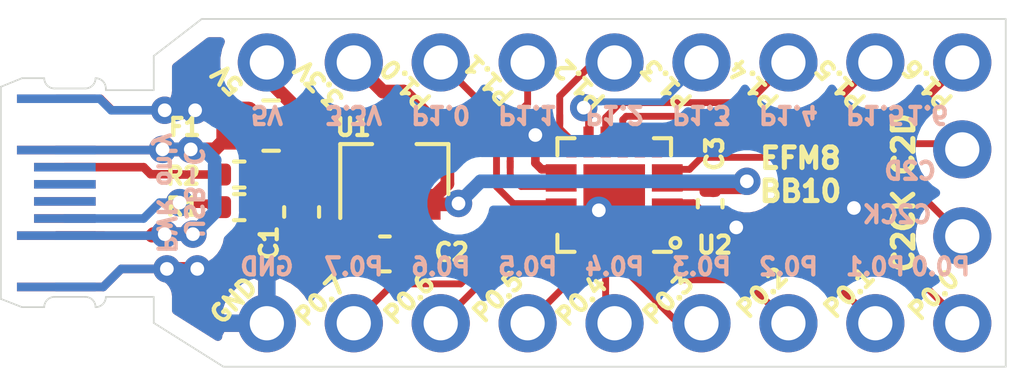
<source format=kicad_pcb>
(kicad_pcb (version 20171130) (host pcbnew "(5.1.9)-1")

  (general
    (thickness 1.6)
    (drawings 67)
    (tracks 198)
    (zones 0)
    (modules 12)
    (nets 24)
  )

  (page A4)
  (layers
    (0 F.Cu signal)
    (31 B.Cu signal)
    (32 B.Adhes user)
    (33 F.Adhes user)
    (34 B.Paste user)
    (35 F.Paste user)
    (36 B.SilkS user)
    (37 F.SilkS user)
    (38 B.Mask user)
    (39 F.Mask user)
    (40 Dwgs.User user)
    (41 Cmts.User user)
    (42 Eco1.User user)
    (43 Eco2.User user)
    (44 Edge.Cuts user)
    (45 Margin user)
    (46 B.CrtYd user)
    (47 F.CrtYd user)
    (48 B.Fab user)
    (49 F.Fab user)
  )

  (setup
    (last_trace_width 0.25)
    (user_trace_width 0.2)
    (user_trace_width 0.4)
    (trace_clearance 0.2)
    (zone_clearance 0.508)
    (zone_45_only no)
    (trace_min 0.2)
    (via_size 0.8)
    (via_drill 0.4)
    (via_min_size 0.4)
    (via_min_drill 0.3)
    (uvia_size 0.3)
    (uvia_drill 0.1)
    (uvias_allowed no)
    (uvia_min_size 0.2)
    (uvia_min_drill 0.1)
    (edge_width 0.05)
    (segment_width 0.2)
    (pcb_text_width 0.3)
    (pcb_text_size 1.5 1.5)
    (mod_edge_width 0.12)
    (mod_text_size 1 1)
    (mod_text_width 0.15)
    (pad_size 1.7 1.7)
    (pad_drill 1)
    (pad_to_mask_clearance 0)
    (aux_axis_origin 0 0)
    (visible_elements 7FFFFFFF)
    (pcbplotparams
      (layerselection 0x010fc_ffffffff)
      (usegerberextensions false)
      (usegerberattributes true)
      (usegerberadvancedattributes true)
      (creategerberjobfile true)
      (excludeedgelayer true)
      (linewidth 0.100000)
      (plotframeref false)
      (viasonmask false)
      (mode 1)
      (useauxorigin false)
      (hpglpennumber 1)
      (hpglpenspeed 20)
      (hpglpendiameter 15.000000)
      (psnegative false)
      (psa4output false)
      (plotreference true)
      (plotvalue true)
      (plotinvisibletext false)
      (padsonsilk false)
      (subtractmaskfromsilk false)
      (outputformat 1)
      (mirror false)
      (drillshape 1)
      (scaleselection 1)
      (outputdirectory ""))
  )

  (net 0 "")
  (net 1 GND)
  (net 2 VBUS)
  (net 3 +3V3)
  (net 4 "Net-(J1-PadB5)")
  (net 5 "Net-(J1-PadA5)")
  (net 6 P0.2)
  (net 7 P0.3)
  (net 8 P0.4)
  (net 9 P0.5)
  (net 10 P0.6)
  (net 11 P0.7)
  (net 12 P1.0)
  (net 13 P1.1)
  (net 14 P1.2)
  (net 15 P1.3)
  (net 16 P1.4)
  (net 17 P1.5)
  (net 18 P1.6)
  (net 19 C2D)
  (net 20 C2CK)
  (net 21 P0.0)
  (net 22 P0.1)
  (net 23 "Net-(F1-Pad2)")

  (net_class Default "This is the default net class."
    (clearance 0.2)
    (trace_width 0.25)
    (via_dia 0.8)
    (via_drill 0.4)
    (uvia_dia 0.3)
    (uvia_drill 0.1)
    (add_net +3V3)
    (add_net C2CK)
    (add_net C2D)
    (add_net GND)
    (add_net "Net-(F1-Pad2)")
    (add_net "Net-(J1-PadA5)")
    (add_net "Net-(J1-PadB5)")
    (add_net P0.0)
    (add_net P0.1)
    (add_net P0.2)
    (add_net P0.3)
    (add_net P0.4)
    (add_net P0.5)
    (add_net P0.6)
    (add_net P0.7)
    (add_net P1.0)
    (add_net P1.1)
    (add_net P1.2)
    (add_net P1.3)
    (add_net P1.4)
    (add_net P1.5)
    (add_net P1.6)
    (add_net VBUS)
  )

  (module Connector_PinHeader_2.54mm:PinHeader_1x09_P2.54mm_Vertical (layer B.Cu) (tedit 63B8AFCD) (tstamp 63B92229)
    (at 76.2 81.28 270)
    (descr "Through hole straight pin header, 1x09, 2.54mm pitch, single row")
    (tags "Through hole pin header THT 1x09 2.54mm single row")
    (path /63BB0CCB)
    (fp_text reference P3 (at 0 2.33 270) (layer B.SilkS) hide
      (effects (font (size 1 1) (thickness 0.15)) (justify mirror))
    )
    (fp_text value CONN_9 (at 0 -22.65 270) (layer B.Fab) hide
      (effects (font (size 1 1) (thickness 0.15)) (justify mirror))
    )
    (fp_line (start 1.8 1.8) (end -1.8 1.8) (layer B.CrtYd) (width 0.05))
    (fp_line (start 1.8 -22.1) (end 1.8 1.8) (layer B.CrtYd) (width 0.05))
    (fp_line (start -1.8 -22.1) (end 1.8 -22.1) (layer B.CrtYd) (width 0.05))
    (fp_line (start -1.8 1.8) (end -1.8 -22.1) (layer B.CrtYd) (width 0.05))
    (fp_line (start -1.27 0.635) (end -0.635 1.27) (layer B.Fab) (width 0.1))
    (fp_line (start -1.27 -21.59) (end -1.27 0.635) (layer B.Fab) (width 0.1))
    (fp_line (start 1.27 -21.59) (end -1.27 -21.59) (layer B.Fab) (width 0.1))
    (fp_line (start 1.27 1.27) (end 1.27 -21.59) (layer B.Fab) (width 0.1))
    (fp_line (start -0.635 1.27) (end 1.27 1.27) (layer B.Fab) (width 0.1))
    (fp_text user %R (at 0 -10.16) (layer B.Fab)
      (effects (font (size 1 1) (thickness 0.15)) (justify mirror))
    )
    (pad 9 thru_hole oval (at 0 -20.32 270) (size 1.7 1.7) (drill 1) (layers *.Cu *.Mask)
      (net 18 P1.6))
    (pad 8 thru_hole oval (at 0 -17.78 270) (size 1.7 1.7) (drill 1) (layers *.Cu *.Mask)
      (net 17 P1.5))
    (pad 7 thru_hole oval (at 0 -15.24 270) (size 1.7 1.7) (drill 1) (layers *.Cu *.Mask)
      (net 16 P1.4))
    (pad 6 thru_hole oval (at 0 -12.7 270) (size 1.7 1.7) (drill 1) (layers *.Cu *.Mask)
      (net 15 P1.3))
    (pad 5 thru_hole oval (at 0 -10.16 270) (size 1.7 1.7) (drill 1) (layers *.Cu *.Mask)
      (net 14 P1.2))
    (pad 4 thru_hole oval (at 0 -7.62 270) (size 1.7 1.7) (drill 1) (layers *.Cu *.Mask)
      (net 13 P1.1))
    (pad 3 thru_hole oval (at 0 -5.08) (size 1.7 1.7) (drill 1) (layers *.Cu *.Mask)
      (net 12 P1.0))
    (pad 2 thru_hole oval (at 0 -2.54 270) (size 1.7 1.7) (drill 1) (layers *.Cu *.Mask)
      (net 3 +3V3))
    (pad 1 thru_hole circle (at 0 0 270) (size 1.7 1.7) (drill 1) (layers *.Cu *.Mask)
      (net 2 VBUS))
    (model ${KISYS3DMOD}/Connector_PinHeader_2.54mm.3dshapes/PinHeader_1x09_P2.54mm_Vertical.wrl
      (at (xyz 0 0 0))
      (scale (xyz 1 1 1))
      (rotate (xyz 0 0 0))
    )
  )

  (module Connector_PinHeader_2.54mm:PinHeader_1x09_P2.54mm_Vertical (layer B.Cu) (tedit 63B8AFB1) (tstamp 63B7E057)
    (at 96.52 88.9 90)
    (descr "Through hole straight pin header, 1x09, 2.54mm pitch, single row")
    (tags "Through hole pin header THT 1x09 2.54mm single row")
    (path /63BAFEFF)
    (fp_text reference P2 (at 0 2.33 270) (layer B.SilkS) hide
      (effects (font (size 1 1) (thickness 0.15)) (justify mirror))
    )
    (fp_text value CONN_9 (at -2.667 -1.9685) (layer F.Fab) hide
      (effects (font (size 1 1) (thickness 0.15)))
    )
    (fp_line (start 1.8 1.8) (end -1.8 1.8) (layer B.CrtYd) (width 0.05))
    (fp_line (start 1.8 -22.1) (end 1.8 1.8) (layer B.CrtYd) (width 0.05))
    (fp_line (start -1.8 -22.1) (end 1.8 -22.1) (layer B.CrtYd) (width 0.05))
    (fp_line (start -1.8 1.8) (end -1.8 -22.1) (layer B.CrtYd) (width 0.05))
    (fp_line (start -1.27 0.635) (end -0.635 1.27) (layer B.Fab) (width 0.1))
    (fp_line (start -1.27 -21.59) (end -1.27 0.635) (layer B.Fab) (width 0.1))
    (fp_line (start 1.27 -21.59) (end -1.27 -21.59) (layer B.Fab) (width 0.1))
    (fp_line (start 1.27 1.27) (end 1.27 -21.59) (layer B.Fab) (width 0.1))
    (fp_line (start -0.635 1.27) (end 1.27 1.27) (layer B.Fab) (width 0.1))
    (fp_text user %R (at 0 -10.16 180) (layer B.Fab)
      (effects (font (size 1 1) (thickness 0.15)) (justify mirror))
    )
    (pad 9 thru_hole oval (at 0 -20.32 90) (size 1.7 1.7) (drill 1) (layers *.Cu *.Mask)
      (net 1 GND))
    (pad 8 thru_hole oval (at 0 -17.78 90) (size 1.7 1.7) (drill 1) (layers *.Cu *.Mask)
      (net 11 P0.7))
    (pad 7 thru_hole oval (at 0 -15.24 90) (size 1.7 1.7) (drill 1) (layers *.Cu *.Mask)
      (net 10 P0.6))
    (pad 6 thru_hole oval (at 0 -12.7 90) (size 1.7 1.7) (drill 1) (layers *.Cu *.Mask)
      (net 9 P0.5))
    (pad 5 thru_hole oval (at 0 -10.16 90) (size 1.7 1.7) (drill 1) (layers *.Cu *.Mask)
      (net 8 P0.4))
    (pad 4 thru_hole oval (at 0 -7.62 90) (size 1.7 1.7) (drill 1) (layers *.Cu *.Mask)
      (net 7 P0.3))
    (pad 3 thru_hole oval (at 0 -5.08 90) (size 1.7 1.7) (drill 1) (layers *.Cu *.Mask)
      (net 6 P0.2))
    (pad 2 thru_hole oval (at 0 -2.54 90) (size 1.7 1.7) (drill 1) (layers *.Cu *.Mask)
      (net 22 P0.1))
    (pad 1 thru_hole circle (at 0 0 90) (size 1.7 1.7) (drill 1) (layers *.Cu *.Mask)
      (net 21 P0.0))
    (model ${KISYS3DMOD}/Connector_PinHeader_2.54mm.3dshapes/PinHeader_1x09_P2.54mm_Vertical.wrl
      (at (xyz 0 0 0))
      (scale (xyz 1 1 1))
      (rotate (xyz 0 0 0))
    )
  )

  (module Connector_PinHeader_2.54mm:PinHeader_1x02_P2.54mm_Vertical (layer F.Cu) (tedit 63B8AD06) (tstamp 63B7EA85)
    (at 96.52 86.36 180)
    (descr "Through hole straight pin header, 1x02, 2.54mm pitch, single row")
    (tags "Through hole pin header THT 1x02 2.54mm single row")
    (path /63B9289F)
    (fp_text reference P1 (at 0 -2.33 180) (layer F.SilkS) hide
      (effects (font (size 1 1) (thickness 0.15)))
    )
    (fp_text value "C2 Debug interface" (at 0 4.87 180) (layer F.Fab) hide
      (effects (font (size 1 1) (thickness 0.15)))
    )
    (fp_line (start 1.8 -1.8) (end -1.8 -1.8) (layer F.CrtYd) (width 0.05))
    (fp_line (start 1.8 4.35) (end 1.8 -1.8) (layer F.CrtYd) (width 0.05))
    (fp_line (start -1.8 4.35) (end 1.8 4.35) (layer F.CrtYd) (width 0.05))
    (fp_line (start -1.8 -1.8) (end -1.8 4.35) (layer F.CrtYd) (width 0.05))
    (fp_line (start -1.27 -0.635) (end -0.635 -1.27) (layer F.Fab) (width 0.1))
    (fp_line (start -1.27 3.81) (end -1.27 -0.635) (layer F.Fab) (width 0.1))
    (fp_line (start 1.27 3.81) (end -1.27 3.81) (layer F.Fab) (width 0.1))
    (fp_line (start 1.27 -1.27) (end 1.27 3.81) (layer F.Fab) (width 0.1))
    (fp_line (start -0.635 -1.27) (end 1.27 -1.27) (layer F.Fab) (width 0.1))
    (fp_text user %R (at 0 1.27 270) (layer F.Fab)
      (effects (font (size 1 1) (thickness 0.15)))
    )
    (pad 2 thru_hole oval (at 0 2.54 180) (size 1.7 1.7) (drill 1) (layers *.Cu *.Mask)
      (net 19 C2D))
    (pad 1 thru_hole circle (at 0 0 180) (size 1.7 1.7) (drill 1) (layers *.Cu *.Mask)
      (net 20 C2CK))
    (model ${KISYS3DMOD}/Connector_PinHeader_2.54mm.3dshapes/PinHeader_1x02_P2.54mm_Vertical.wrl
      (at (xyz 0 0 0))
      (scale (xyz 1 1 1))
      (rotate (xyz 0 0 0))
    )
  )

  (module Package_TO_SOT_SMD:SOT-23 (layer F.Cu) (tedit 5A02FF57) (tstamp 63B8612C)
    (at 79.925 84.425 90)
    (descr "SOT-23, Standard")
    (tags SOT-23)
    (path /63B827EB)
    (attr smd)
    (fp_text reference U1 (at 1.25 -1.2 180) (layer F.SilkS)
      (effects (font (size 0.5 0.5) (thickness 0.125)))
    )
    (fp_text value AP2210-3.3TRG1 (at 0 2.5 90) (layer F.Fab) hide
      (effects (font (size 1 1) (thickness 0.15)))
    )
    (fp_line (start 0.76 1.58) (end -0.7 1.58) (layer F.SilkS) (width 0.12))
    (fp_line (start 0.76 -1.58) (end -1.4 -1.58) (layer F.SilkS) (width 0.12))
    (fp_line (start -1.7 1.75) (end -1.7 -1.75) (layer F.CrtYd) (width 0.05))
    (fp_line (start 1.7 1.75) (end -1.7 1.75) (layer F.CrtYd) (width 0.05))
    (fp_line (start 1.7 -1.75) (end 1.7 1.75) (layer F.CrtYd) (width 0.05))
    (fp_line (start -1.7 -1.75) (end 1.7 -1.75) (layer F.CrtYd) (width 0.05))
    (fp_line (start 0.76 -1.58) (end 0.76 -0.65) (layer F.SilkS) (width 0.12))
    (fp_line (start 0.76 1.58) (end 0.76 0.65) (layer F.SilkS) (width 0.12))
    (fp_line (start -0.7 1.52) (end 0.7 1.52) (layer F.Fab) (width 0.1))
    (fp_line (start 0.7 -1.52) (end 0.7 1.52) (layer F.Fab) (width 0.1))
    (fp_line (start -0.7 -0.95) (end -0.15 -1.52) (layer F.Fab) (width 0.1))
    (fp_line (start -0.15 -1.52) (end 0.7 -1.52) (layer F.Fab) (width 0.1))
    (fp_line (start -0.7 -0.95) (end -0.7 1.5) (layer F.Fab) (width 0.1))
    (fp_text user %R (at 0 0) (layer F.Fab)
      (effects (font (size 0.5 0.5) (thickness 0.075)))
    )
    (pad 3 smd rect (at 1 0 90) (size 0.9 0.8) (layers F.Cu F.Paste F.Mask)
      (net 2 VBUS))
    (pad 2 smd rect (at -1 0.95 90) (size 0.9 0.8) (layers F.Cu F.Paste F.Mask)
      (net 3 +3V3))
    (pad 1 smd rect (at -1 -0.95 90) (size 0.9 0.8) (layers F.Cu F.Paste F.Mask)
      (net 1 GND))
    (model ${KISYS3DMOD}/Package_TO_SOT_SMD.3dshapes/SOT-23.wrl
      (at (xyz 0 0 0))
      (scale (xyz 1 1 1))
      (rotate (xyz 0 0 0))
    )
  )

  (module EFM8_Bug:usb-c-depopulated-2.0-pcb (layer F.Cu) (tedit 63B76159) (tstamp 63B7F2FC)
    (at 72.898 85.09 90)
    (path /63BA358C)
    (fp_text reference J1 (at 4.94 -3.098 90) (layer F.SilkS) hide
      (effects (font (size 1 1) (thickness 0.15)))
    )
    (fp_text value USB_C_Receptacle_USB2.0 (at -0.3 -8.6 90) (layer F.Fab) hide
      (effects (font (size 1 1) (thickness 0.15)))
    )
    (fp_line (start -3.095 -4.45) (end 3.095 -4.45) (layer Dwgs.User) (width 0.05))
    (fp_line (start -3 0) (end 3 0) (layer Dwgs.User) (width 0.05))
    (fp_line (start 3 0) (end 3 -1.5) (layer Dwgs.User) (width 0.05))
    (fp_line (start 3 -1.5) (end -3 -1.5) (layer Dwgs.User) (width 0.05))
    (fp_line (start -3 -1.5) (end -3 0) (layer Dwgs.User) (width 0.05))
    (fp_line (start -3.11 -4.45) (end -3.34 -3.85) (layer Dwgs.User) (width 0.05))
    (fp_line (start 3.1 -4.45) (end 3.35 -3.85) (layer Dwgs.User) (width 0.05))
    (fp_line (start 3.35 -3.85) (end 3.35 -3.2) (layer Dwgs.User) (width 0.05))
    (fp_line (start -3.34 -3.85) (end -3.34 -3.2) (layer Dwgs.User) (width 0.05))
    (fp_line (start -3.04 -2.9) (end -3.04 -2) (layer Dwgs.User) (width 0.05))
    (fp_line (start 3.04 -2.9) (end 3.04 -1.99) (layer Dwgs.User) (width 0.05))
    (fp_arc (start -3.02 -1.7) (end -3.34 -1.7) (angle -90) (layer Dwgs.User) (width 0.05))
    (fp_arc (start 3.02 -1.7) (end 3.02 -1.38) (angle -90) (layer Dwgs.User) (width 0.05))
    (fp_arc (start -3.34 -2) (end -3.34 -1.7) (angle -90) (layer Dwgs.User) (width 0.05))
    (fp_arc (start -3.34 -2.9) (end -3.04 -2.9) (angle -90) (layer Dwgs.User) (width 0.05))
    (fp_arc (start 3.34 -2) (end 3.04 -2) (angle -90) (layer Dwgs.User) (width 0.05))
    (fp_arc (start 3.34 -2.9) (end 3.35 -3.2) (angle -91.9) (layer Dwgs.User) (width 0.05))
    (pad B7 smd rect (at 0.25 -2.6 270) (size 0.25 1.8) (layers B.Cu B.Paste B.Mask))
    (pad B12 smd rect (at 2.75 -2.85 270) (size 0.25 2.3) (layers B.Cu B.Paste B.Mask)
      (net 1 GND))
    (pad B5 smd rect (at -0.75 -2.6 270) (size 0.25 1.8) (layers B.Cu B.Paste B.Mask)
      (net 4 "Net-(J1-PadB5)"))
    (pad B4 smd rect (at -1.25 -2.85 270) (size 0.25 2.3) (layers B.Cu B.Paste B.Mask)
      (net 23 "Net-(F1-Pad2)"))
    (pad B6 smd rect (at -0.25 -2.6 270) (size 0.25 1.8) (layers B.Cu B.Paste B.Mask))
    (pad B8 smd rect (at 0.75 -2.6 270) (size 0.25 1.8) (layers B.Cu B.Paste B.Mask))
    (pad B9 smd rect (at 1.25 -2.85 270) (size 0.25 2.3) (layers B.Cu B.Paste B.Mask)
      (net 23 "Net-(F1-Pad2)"))
    (pad B1 smd rect (at -2.75 -2.85 270) (size 0.25 2.3) (layers B.Cu B.Paste B.Mask)
      (net 1 GND))
    (pad A7 smd rect (at -0.25 -2.6 90) (size 0.25 1.8) (layers F.Cu F.Paste F.Mask))
    (pad A12 smd rect (at -2.75 -2.85 90) (size 0.25 2.3) (layers F.Cu F.Paste F.Mask)
      (net 1 GND))
    (pad A8 smd rect (at -0.75 -2.6 90) (size 0.25 1.8) (layers F.Cu F.Paste F.Mask))
    (pad A9 smd rect (at -1.25 -2.85 90) (size 0.25 2.3) (layers F.Cu F.Paste F.Mask)
      (net 23 "Net-(F1-Pad2)"))
    (pad A4 smd rect (at 1.25 -2.85 90) (size 0.25 2.3) (layers F.Cu F.Paste F.Mask)
      (net 23 "Net-(F1-Pad2)"))
    (pad A5 smd rect (at 0.75 -2.6 90) (size 0.25 1.8) (layers F.Cu F.Paste F.Mask)
      (net 5 "Net-(J1-PadA5)"))
    (pad A6 smd rect (at 0.25 -2.6 90) (size 0.25 1.8) (layers F.Cu F.Paste F.Mask))
    (pad A1 smd rect (at 2.75 -2.85 90) (size 0.25 2.3) (layers F.Cu F.Paste F.Mask)
      (net 1 GND))
  )

  (module Resistor_SMD:R_0805_2012Metric_Pad1.20x1.40mm_HandSolder (layer F.Cu) (tedit 5F68FEEE) (tstamp 63B84BA2)
    (at 76.325 83.125 180)
    (descr "Resistor SMD 0805 (2012 Metric), square (rectangular) end terminal, IPC_7351 nominal with elongated pad for handsoldering. (Body size source: IPC-SM-782 page 72, https://www.pcb-3d.com/wordpress/wp-content/uploads/ipc-sm-782a_amendment_1_and_2.pdf), generated with kicad-footprint-generator")
    (tags "resistor handsolder")
    (path /63C1ECAF)
    (attr smd)
    (fp_text reference F1 (at 2.525 -0.05) (layer F.SilkS)
      (effects (font (size 0.5 0.5) (thickness 0.125)))
    )
    (fp_text value SR075-06 (at 0 1.65) (layer F.Fab) hide
      (effects (font (size 1 1) (thickness 0.15)))
    )
    (fp_line (start 1.85 0.95) (end -1.85 0.95) (layer F.CrtYd) (width 0.05))
    (fp_line (start 1.85 -0.95) (end 1.85 0.95) (layer F.CrtYd) (width 0.05))
    (fp_line (start -1.85 -0.95) (end 1.85 -0.95) (layer F.CrtYd) (width 0.05))
    (fp_line (start -1.85 0.95) (end -1.85 -0.95) (layer F.CrtYd) (width 0.05))
    (fp_line (start -0.227064 0.735) (end 0.227064 0.735) (layer F.SilkS) (width 0.12))
    (fp_line (start -0.227064 -0.735) (end 0.227064 -0.735) (layer F.SilkS) (width 0.12))
    (fp_line (start 1 0.625) (end -1 0.625) (layer F.Fab) (width 0.1))
    (fp_line (start 1 -0.625) (end 1 0.625) (layer F.Fab) (width 0.1))
    (fp_line (start -1 -0.625) (end 1 -0.625) (layer F.Fab) (width 0.1))
    (fp_line (start -1 0.625) (end -1 -0.625) (layer F.Fab) (width 0.1))
    (fp_text user %R (at 0 0) (layer F.Fab)
      (effects (font (size 0.5 0.5) (thickness 0.08)))
    )
    (pad 2 smd roundrect (at 1 0 180) (size 1.2 1.4) (layers F.Cu F.Paste F.Mask) (roundrect_rratio 0.208333)
      (net 23 "Net-(F1-Pad2)"))
    (pad 1 smd roundrect (at -1 0 180) (size 1.2 1.4) (layers F.Cu F.Paste F.Mask) (roundrect_rratio 0.208333)
      (net 2 VBUS))
    (model ${KISYS3DMOD}/Resistor_SMD.3dshapes/R_0805_2012Metric.wrl
      (at (xyz 0 0 0))
      (scale (xyz 1 1 1))
      (rotate (xyz 0 0 0))
    )
  )

  (module Capacitor_SMD:C_0402_1005Metric (layer F.Cu) (tedit 5F68FEEE) (tstamp 63B8EB24)
    (at 89.154 85.4075 270)
    (descr "Capacitor SMD 0402 (1005 Metric), square (rectangular) end terminal, IPC_7351 nominal, (Body size source: IPC-SM-782 page 76, https://www.pcb-3d.com/wordpress/wp-content/uploads/ipc-sm-782a_amendment_1_and_2.pdf), generated with kicad-footprint-generator")
    (tags capacitor)
    (path /63B8F4C4)
    (attr smd)
    (fp_text reference C3 (at -1.4605 -0.127 90) (layer F.SilkS)
      (effects (font (size 0.5 0.5) (thickness 0.125)))
    )
    (fp_text value C_Small (at 0 1.16 90) (layer F.Fab) hide
      (effects (font (size 1 1) (thickness 0.15)))
    )
    (fp_line (start 0.91 0.46) (end -0.91 0.46) (layer F.CrtYd) (width 0.05))
    (fp_line (start 0.91 -0.46) (end 0.91 0.46) (layer F.CrtYd) (width 0.05))
    (fp_line (start -0.91 -0.46) (end 0.91 -0.46) (layer F.CrtYd) (width 0.05))
    (fp_line (start -0.91 0.46) (end -0.91 -0.46) (layer F.CrtYd) (width 0.05))
    (fp_line (start -0.107836 0.36) (end 0.107836 0.36) (layer F.SilkS) (width 0.12))
    (fp_line (start -0.107836 -0.36) (end 0.107836 -0.36) (layer F.SilkS) (width 0.12))
    (fp_line (start 0.5 0.25) (end -0.5 0.25) (layer F.Fab) (width 0.1))
    (fp_line (start 0.5 -0.25) (end 0.5 0.25) (layer F.Fab) (width 0.1))
    (fp_line (start -0.5 -0.25) (end 0.5 -0.25) (layer F.Fab) (width 0.1))
    (fp_line (start -0.5 0.25) (end -0.5 -0.25) (layer F.Fab) (width 0.1))
    (fp_text user %R (at 0 0 90) (layer F.Fab)
      (effects (font (size 0.25 0.25) (thickness 0.04)))
    )
    (pad 2 smd roundrect (at 0.48 0 270) (size 0.56 0.62) (layers F.Cu F.Paste F.Mask) (roundrect_rratio 0.25)
      (net 1 GND))
    (pad 1 smd roundrect (at -0.48 0 270) (size 0.56 0.62) (layers F.Cu F.Paste F.Mask) (roundrect_rratio 0.25)
      (net 3 +3V3))
    (model ${KISYS3DMOD}/Capacitor_SMD.3dshapes/C_0402_1005Metric.wrl
      (at (xyz 0 0 0))
      (scale (xyz 1 1 1))
      (rotate (xyz 0 0 0))
    )
  )

  (module Capacitor_SMD:C_0603_1608Metric (layer F.Cu) (tedit 5F68FEEE) (tstamp 63B80368)
    (at 79.65 86.875 180)
    (descr "Capacitor SMD 0603 (1608 Metric), square (rectangular) end terminal, IPC_7351 nominal, (Body size source: IPC-SM-782 page 76, https://www.pcb-3d.com/wordpress/wp-content/uploads/ipc-sm-782a_amendment_1_and_2.pdf), generated with kicad-footprint-generator")
    (tags capacitor)
    (path /63B88486)
    (attr smd)
    (fp_text reference C2 (at -1.95 0.05) (layer F.SilkS)
      (effects (font (size 0.5 0.5) (thickness 0.125)))
    )
    (fp_text value 2.2uF (at 0 1.43) (layer F.Fab) hide
      (effects (font (size 1 1) (thickness 0.15)))
    )
    (fp_line (start 1.48 0.73) (end -1.48 0.73) (layer F.CrtYd) (width 0.05))
    (fp_line (start 1.48 -0.73) (end 1.48 0.73) (layer F.CrtYd) (width 0.05))
    (fp_line (start -1.48 -0.73) (end 1.48 -0.73) (layer F.CrtYd) (width 0.05))
    (fp_line (start -1.48 0.73) (end -1.48 -0.73) (layer F.CrtYd) (width 0.05))
    (fp_line (start -0.14058 0.51) (end 0.14058 0.51) (layer F.SilkS) (width 0.12))
    (fp_line (start -0.14058 -0.51) (end 0.14058 -0.51) (layer F.SilkS) (width 0.12))
    (fp_line (start 0.8 0.4) (end -0.8 0.4) (layer F.Fab) (width 0.1))
    (fp_line (start 0.8 -0.4) (end 0.8 0.4) (layer F.Fab) (width 0.1))
    (fp_line (start -0.8 -0.4) (end 0.8 -0.4) (layer F.Fab) (width 0.1))
    (fp_line (start -0.8 0.4) (end -0.8 -0.4) (layer F.Fab) (width 0.1))
    (fp_text user %R (at 0 0) (layer F.Fab)
      (effects (font (size 0.4 0.4) (thickness 0.06)))
    )
    (pad 2 smd roundrect (at 0.775 0 180) (size 0.9 0.95) (layers F.Cu F.Paste F.Mask) (roundrect_rratio 0.25)
      (net 1 GND))
    (pad 1 smd roundrect (at -0.775 0 180) (size 0.9 0.95) (layers F.Cu F.Paste F.Mask) (roundrect_rratio 0.25)
      (net 3 +3V3))
    (model ${KISYS3DMOD}/Capacitor_SMD.3dshapes/C_0603_1608Metric.wrl
      (at (xyz 0 0 0))
      (scale (xyz 1 1 1))
      (rotate (xyz 0 0 0))
    )
  )

  (module Capacitor_SMD:C_0603_1608Metric (layer F.Cu) (tedit 5F68FEEE) (tstamp 63B7B3C5)
    (at 77.216 85.6488 270)
    (descr "Capacitor SMD 0603 (1608 Metric), square (rectangular) end terminal, IPC_7351 nominal, (Body size source: IPC-SM-782 page 76, https://www.pcb-3d.com/wordpress/wp-content/uploads/ipc-sm-782a_amendment_1_and_2.pdf), generated with kicad-footprint-generator")
    (tags capacitor)
    (path /63B90192)
    (attr smd)
    (fp_text reference C1 (at 0.9017 0.9525 90) (layer F.SilkS)
      (effects (font (size 0.5 0.5) (thickness 0.125)))
    )
    (fp_text value 1uF (at 0 1.43 90) (layer F.Fab) hide
      (effects (font (size 1 1) (thickness 0.15)))
    )
    (fp_line (start 1.48 0.73) (end -1.48 0.73) (layer F.CrtYd) (width 0.05))
    (fp_line (start 1.48 -0.73) (end 1.48 0.73) (layer F.CrtYd) (width 0.05))
    (fp_line (start -1.48 -0.73) (end 1.48 -0.73) (layer F.CrtYd) (width 0.05))
    (fp_line (start -1.48 0.73) (end -1.48 -0.73) (layer F.CrtYd) (width 0.05))
    (fp_line (start -0.14058 0.51) (end 0.14058 0.51) (layer F.SilkS) (width 0.12))
    (fp_line (start -0.14058 -0.51) (end 0.14058 -0.51) (layer F.SilkS) (width 0.12))
    (fp_line (start 0.8 0.4) (end -0.8 0.4) (layer F.Fab) (width 0.1))
    (fp_line (start 0.8 -0.4) (end 0.8 0.4) (layer F.Fab) (width 0.1))
    (fp_line (start -0.8 -0.4) (end 0.8 -0.4) (layer F.Fab) (width 0.1))
    (fp_line (start -0.8 0.4) (end -0.8 -0.4) (layer F.Fab) (width 0.1))
    (fp_text user %R (at 0 0 90) (layer F.Fab)
      (effects (font (size 0.4 0.4) (thickness 0.06)))
    )
    (pad 2 smd roundrect (at 0.775 0 270) (size 0.9 0.95) (layers F.Cu F.Paste F.Mask) (roundrect_rratio 0.25)
      (net 1 GND))
    (pad 1 smd roundrect (at -0.775 0 270) (size 0.9 0.95) (layers F.Cu F.Paste F.Mask) (roundrect_rratio 0.25)
      (net 2 VBUS))
    (model ${KISYS3DMOD}/Capacitor_SMD.3dshapes/C_0603_1608Metric.wrl
      (at (xyz 0 0 0))
      (scale (xyz 1 1 1))
      (rotate (xyz 0 0 0))
    )
  )

  (module Package_DFN_QFN:SiliconLabs_QFN-20-1EP_3x3mm_P0.5mm_EP1.8x1.8mm (layer F.Cu) (tedit 5A0AA2C1) (tstamp 63B7B477)
    (at 86.35 85.1535 180)
    (descr "20-Lead Plastic Quad Flat, No Lead Package - 3x3 mm Body [QFN] with corner pads; see figure 8.2 of https://www.silabs.com/documents/public/data-sheets/efm8bb1-datasheet.pdf")
    (tags "QFN 0.5")
    (path /63B75B06)
    (attr smd)
    (fp_text reference U2 (at -2.931 -1.4605) (layer F.SilkS)
      (effects (font (size 0.5 0.5) (thickness 0.125)))
    )
    (fp_text value EFM8BB10F8G-A-QFN20 (at 0 3) (layer F.Fab) hide
      (effects (font (size 1 1) (thickness 0.15)))
    )
    (fp_text user %R (at 0 0) (layer F.Fab)
      (effects (font (size 0.65 0.65) (thickness 0.125)))
    )
    (fp_line (start 1.5 1.5) (end -1.5 1.5) (layer F.Fab) (width 0.1))
    (fp_line (start -1.5 1.5) (end -1.5 -0.5) (layer F.Fab) (width 0.1))
    (fp_line (start -1.5 -0.5) (end -0.5 -1.5) (layer F.Fab) (width 0.1))
    (fp_line (start -0.5 -1.5) (end 1.5 -1.5) (layer F.Fab) (width 0.1))
    (fp_line (start 1.5 -1.5) (end 1.5 1.5) (layer F.Fab) (width 0.1))
    (fp_line (start -2.25 -2.25) (end -2.25 2.25) (layer F.CrtYd) (width 0.05))
    (fp_line (start -2.25 2.25) (end 2.25 2.25) (layer F.CrtYd) (width 0.05))
    (fp_line (start 2.25 2.25) (end 2.25 -2.25) (layer F.CrtYd) (width 0.05))
    (fp_line (start 2.25 -2.25) (end -2.25 -2.25) (layer F.CrtYd) (width 0.05))
    (fp_line (start 1.16 -1.66) (end 1.66 -1.66) (layer F.SilkS) (width 0.12))
    (fp_line (start 1.66 -1.66) (end 1.66 -1.16) (layer F.SilkS) (width 0.12))
    (fp_line (start -1.16 1.66) (end -1.66 1.66) (layer F.SilkS) (width 0.12))
    (fp_line (start -1.66 1.66) (end -1.66 1.16) (layer F.SilkS) (width 0.12))
    (fp_line (start 1.16 1.66) (end 1.66 1.66) (layer F.SilkS) (width 0.12))
    (fp_line (start 1.66 1.66) (end 1.66 1.16) (layer F.SilkS) (width 0.12))
    (fp_line (start -1.66 -1.66) (end -1.16 -1.66) (layer F.SilkS) (width 0.12))
    (pad 1 smd rect (at -1.25 -1.25 180) (size 0.3 0.3) (layers F.Cu F.Paste F.Mask)
      (net 22 P0.1))
    (pad 2 smd rect (at -1.55 -0.75 180) (size 0.9 0.3) (layers F.Cu F.Paste F.Mask)
      (net 21 P0.0))
    (pad 3 smd rect (at -1.55 -0.25 180) (size 0.9 0.3) (layers F.Cu F.Paste F.Mask)
      (net 1 GND))
    (pad 4 smd rect (at -1.55 0.25 180) (size 0.9 0.3) (layers F.Cu F.Paste F.Mask)
      (net 3 +3V3))
    (pad 5 smd rect (at -1.55 0.75 180) (size 0.9 0.3) (layers F.Cu F.Paste F.Mask)
      (net 20 C2CK))
    (pad 6 smd rect (at -1.25 1.25 180) (size 0.3 0.3) (layers F.Cu F.Paste F.Mask)
      (net 19 C2D))
    (pad 7 smd rect (at -0.75 1.55 270) (size 0.9 0.3) (layers F.Cu F.Paste F.Mask)
      (net 18 P1.6))
    (pad 8 smd rect (at -0.25 1.55 270) (size 0.9 0.3) (layers F.Cu F.Paste F.Mask)
      (net 17 P1.5))
    (pad 9 smd rect (at 0.25 1.55 270) (size 0.9 0.3) (layers F.Cu F.Paste F.Mask)
      (net 16 P1.4))
    (pad 10 smd rect (at 0.75 1.55 270) (size 0.9 0.3) (layers F.Cu F.Paste F.Mask)
      (net 15 P1.3))
    (pad 11 smd rect (at 1.25 1.25 180) (size 0.3 0.3) (layers F.Cu F.Paste F.Mask)
      (net 14 P1.2))
    (pad 12 smd rect (at 1.55 0.75 180) (size 0.9 0.3) (layers F.Cu F.Paste F.Mask)
      (net 1 GND))
    (pad 13 smd rect (at 1.55 0.25 180) (size 0.9 0.3) (layers F.Cu F.Paste F.Mask)
      (net 13 P1.1))
    (pad 14 smd rect (at 1.55 -0.25 180) (size 0.9 0.3) (layers F.Cu F.Paste F.Mask)
      (net 12 P1.0))
    (pad 15 smd rect (at 1.55 -0.75 180) (size 0.9 0.3) (layers F.Cu F.Paste F.Mask)
      (net 11 P0.7))
    (pad 16 smd rect (at 1.25 -1.25 180) (size 0.3 0.3) (layers F.Cu F.Paste F.Mask)
      (net 10 P0.6))
    (pad 17 smd rect (at 0.75 -1.55 270) (size 0.9 0.3) (layers F.Cu F.Paste F.Mask)
      (net 9 P0.5))
    (pad 18 smd rect (at 0.25 -1.55 270) (size 0.9 0.3) (layers F.Cu F.Paste F.Mask)
      (net 8 P0.4))
    (pad 19 smd rect (at -0.25 -1.55 270) (size 0.9 0.3) (layers F.Cu F.Paste F.Mask)
      (net 7 P0.3))
    (pad 20 smd rect (at -0.75 -1.55 270) (size 0.9 0.3) (layers F.Cu F.Paste F.Mask)
      (net 6 P0.2))
    (pad 21 smd rect (at 0 0 180) (size 1.8 1.8) (layers F.Cu F.Mask)
      (net 1 GND))
    (pad "" smd rect (at -0.45 -0.45 180) (size 0.54 0.54) (layers F.Paste))
    (pad "" smd rect (at -0.45 0.45 180) (size 0.54 0.54) (layers F.Paste))
    (pad "" smd rect (at 0.45 -0.45 180) (size 0.54 0.54) (layers F.Paste))
    (pad "" smd rect (at 0.45 0.45 180) (size 0.54 0.54) (layers F.Paste))
    (model ${KISYS3DMOD}/Package_DFN_QFN.3dshapes/SiliconLabs_QFN-20-1EP_3x3mm_P0.5mm_EP1.8x1.8mm.wrl
      (at (xyz 0 0 0))
      (scale (xyz 1 1 1))
      (rotate (xyz 0 0 0))
    )
  )

  (module Resistor_SMD:R_0402_1005Metric (layer F.Cu) (tedit 5F68FEEE) (tstamp 63B7F397)
    (at 75.3935 84.555)
    (descr "Resistor SMD 0402 (1005 Metric), square (rectangular) end terminal, IPC_7351 nominal, (Body size source: IPC-SM-782 page 72, https://www.pcb-3d.com/wordpress/wp-content/uploads/ipc-sm-782a_amendment_1_and_2.pdf), generated with kicad-footprint-generator")
    (tags resistor)
    (path /63B7EEC6)
    (attr smd)
    (fp_text reference R2 (at -1.6435 0.045) (layer F.SilkS)
      (effects (font (size 0.5 0.5) (thickness 0.125)))
    )
    (fp_text value 5.1K (at 0 1.17) (layer F.Fab) hide
      (effects (font (size 1 1) (thickness 0.15)))
    )
    (fp_line (start 0.93 0.47) (end -0.93 0.47) (layer F.CrtYd) (width 0.05))
    (fp_line (start 0.93 -0.47) (end 0.93 0.47) (layer F.CrtYd) (width 0.05))
    (fp_line (start -0.93 -0.47) (end 0.93 -0.47) (layer F.CrtYd) (width 0.05))
    (fp_line (start -0.93 0.47) (end -0.93 -0.47) (layer F.CrtYd) (width 0.05))
    (fp_line (start -0.153641 0.38) (end 0.153641 0.38) (layer F.SilkS) (width 0.12))
    (fp_line (start -0.153641 -0.38) (end 0.153641 -0.38) (layer F.SilkS) (width 0.12))
    (fp_line (start 0.525 0.27) (end -0.525 0.27) (layer F.Fab) (width 0.1))
    (fp_line (start 0.525 -0.27) (end 0.525 0.27) (layer F.Fab) (width 0.1))
    (fp_line (start -0.525 -0.27) (end 0.525 -0.27) (layer F.Fab) (width 0.1))
    (fp_line (start -0.525 0.27) (end -0.525 -0.27) (layer F.Fab) (width 0.1))
    (fp_text user %R (at 0 0) (layer F.Fab)
      (effects (font (size 0.26 0.26) (thickness 0.04)))
    )
    (pad 2 smd roundrect (at 0.51 0) (size 0.54 0.64) (layers F.Cu F.Paste F.Mask) (roundrect_rratio 0.25)
      (net 1 GND))
    (pad 1 smd roundrect (at -0.51 0) (size 0.54 0.64) (layers F.Cu F.Paste F.Mask) (roundrect_rratio 0.25)
      (net 5 "Net-(J1-PadA5)"))
    (model ${KISYS3DMOD}/Resistor_SMD.3dshapes/R_0402_1005Metric.wrl
      (at (xyz 0 0 0))
      (scale (xyz 1 1 1))
      (rotate (xyz 0 0 0))
    )
  )

  (module Resistor_SMD:R_0402_1005Metric (layer F.Cu) (tedit 5F68FEEE) (tstamp 63B8EC11)
    (at 75.3935 85.5075)
    (descr "Resistor SMD 0402 (1005 Metric), square (rectangular) end terminal, IPC_7351 nominal, (Body size source: IPC-SM-782 page 72, https://www.pcb-3d.com/wordpress/wp-content/uploads/ipc-sm-782a_amendment_1_and_2.pdf), generated with kicad-footprint-generator")
    (tags resistor)
    (path /63B7DB54)
    (attr smd)
    (fp_text reference R1 (at -1.6435 -0.0075) (layer F.SilkS)
      (effects (font (size 0.5 0.5) (thickness 0.125)))
    )
    (fp_text value 5.1K (at 0 1.17) (layer F.Fab) hide
      (effects (font (size 1 1) (thickness 0.15)))
    )
    (fp_line (start 0.93 0.47) (end -0.93 0.47) (layer F.CrtYd) (width 0.05))
    (fp_line (start 0.93 -0.47) (end 0.93 0.47) (layer F.CrtYd) (width 0.05))
    (fp_line (start -0.93 -0.47) (end 0.93 -0.47) (layer F.CrtYd) (width 0.05))
    (fp_line (start -0.93 0.47) (end -0.93 -0.47) (layer F.CrtYd) (width 0.05))
    (fp_line (start -0.153641 0.38) (end 0.153641 0.38) (layer F.SilkS) (width 0.12))
    (fp_line (start -0.153641 -0.38) (end 0.153641 -0.38) (layer F.SilkS) (width 0.12))
    (fp_line (start 0.525 0.27) (end -0.525 0.27) (layer F.Fab) (width 0.1))
    (fp_line (start 0.525 -0.27) (end 0.525 0.27) (layer F.Fab) (width 0.1))
    (fp_line (start -0.525 -0.27) (end 0.525 -0.27) (layer F.Fab) (width 0.1))
    (fp_line (start -0.525 0.27) (end -0.525 -0.27) (layer F.Fab) (width 0.1))
    (fp_text user %R (at 0 0) (layer F.Fab)
      (effects (font (size 0.26 0.26) (thickness 0.04)))
    )
    (pad 2 smd roundrect (at 0.51 0) (size 0.54 0.64) (layers F.Cu F.Paste F.Mask) (roundrect_rratio 0.25)
      (net 1 GND))
    (pad 1 smd roundrect (at -0.51 0) (size 0.54 0.64) (layers F.Cu F.Paste F.Mask) (roundrect_rratio 0.25)
      (net 4 "Net-(J1-PadB5)"))
    (model ${KISYS3DMOD}/Resistor_SMD.3dshapes/R_0402_1005Metric.wrl
      (at (xyz 0 0 0))
      (scale (xyz 1 1 1))
      (rotate (xyz 0 0 0))
    )
  )

  (gr_text "USB-C\nPWR only" (at 73.66 85.09 270) (layer B.SilkS) (tstamp 63B929B8)
    (effects (font (size 0.5 0.5) (thickness 0.125)) (justify mirror))
  )
  (gr_text 5V (at 76.2 82.804 180) (layer B.SilkS) (tstamp 63B927C9)
    (effects (font (size 0.5 0.5) (thickness 0.125)) (justify mirror))
  )
  (gr_text 3.3V (at 78.74 82.804 180) (layer B.SilkS) (tstamp 63B927C6)
    (effects (font (size 0.5 0.5) (thickness 0.125)) (justify mirror))
  )
  (gr_text P1.0 (at 81.28 82.804 180) (layer B.SilkS) (tstamp 63B927C3)
    (effects (font (size 0.5 0.5) (thickness 0.125)) (justify mirror))
  )
  (gr_text P1.1 (at 83.82 82.804 180) (layer B.SilkS) (tstamp 63B927C0)
    (effects (font (size 0.5 0.5) (thickness 0.125)) (justify mirror))
  )
  (gr_text P1.2 (at 86.36 82.804 180) (layer B.SilkS) (tstamp 63B927BD)
    (effects (font (size 0.5 0.5) (thickness 0.125)) (justify mirror))
  )
  (gr_text P1.3 (at 88.9 82.804 180) (layer B.SilkS) (tstamp 63B927BA)
    (effects (font (size 0.5 0.5) (thickness 0.125)) (justify mirror))
  )
  (gr_text P1.4 (at 91.44 82.804 180) (layer B.SilkS) (tstamp 63B927B7)
    (effects (font (size 0.5 0.5) (thickness 0.125)) (justify mirror))
  )
  (gr_text P1.5 (at 93.98 82.804 180) (layer B.SilkS) (tstamp 63B9267E)
    (effects (font (size 0.5 0.5) (thickness 0.125)) (justify mirror))
  )
  (gr_text 1.6 (at 95.504 82.804 180) (layer B.SilkS) (tstamp 63B92676)
    (effects (font (size 0.5 0.5) (thickness 0.125)) (justify mirror))
  )
  (gr_text C2D (at 94.996 84.455) (layer B.SilkS) (tstamp 63B925F9)
    (effects (font (size 0.5 0.5) (thickness 0.125)) (justify mirror))
  )
  (gr_text C2CK (at 94.615 85.725) (layer B.SilkS) (tstamp 63B925F6)
    (effects (font (size 0.5 0.5) (thickness 0.125)) (justify mirror))
  )
  (gr_text P0.0 (at 95.885 87.249) (layer B.SilkS) (tstamp 63B9257D)
    (effects (font (size 0.5 0.5) (thickness 0.125)) (justify mirror))
  )
  (gr_text P0.1 (at 93.98 87.249) (layer B.SilkS) (tstamp 63B92429)
    (effects (font (size 0.5 0.5) (thickness 0.125)) (justify mirror))
  )
  (gr_text P0.2 (at 91.44 87.249) (layer B.SilkS) (tstamp 63B92426)
    (effects (font (size 0.5 0.5) (thickness 0.125)) (justify mirror))
  )
  (gr_text P0.3 (at 88.9 87.249) (layer B.SilkS) (tstamp 63B92423)
    (effects (font (size 0.5 0.5) (thickness 0.125)) (justify mirror))
  )
  (gr_text P0.4 (at 86.36 87.249) (layer B.SilkS) (tstamp 63B92420)
    (effects (font (size 0.5 0.5) (thickness 0.125)) (justify mirror))
  )
  (gr_text P0.5 (at 83.82 87.249) (layer B.SilkS) (tstamp 63B9241D)
    (effects (font (size 0.5 0.5) (thickness 0.125)) (justify mirror))
  )
  (gr_text P0.6 (at 81.28 87.249) (layer B.SilkS) (tstamp 63B9241A)
    (effects (font (size 0.5 0.5) (thickness 0.125)) (justify mirror))
  )
  (gr_text P0.7 (at 78.74 87.249) (layer B.SilkS) (tstamp 63B923D0)
    (effects (font (size 0.5 0.5) (thickness 0.125)) (justify mirror))
  )
  (gr_text GND (at 76.2 87.249) (layer B.SilkS) (tstamp 63B92355)
    (effects (font (size 0.5 0.5) (thickness 0.125)) (justify mirror))
  )
  (gr_text 5V (at 75.057 81.788 135) (layer F.SilkS) (tstamp 63B9128F)
    (effects (font (size 0.5 0.5) (thickness 0.125)))
  )
  (gr_text 3.3V (at 77.724 81.915 135) (layer F.SilkS) (tstamp 63B91287)
    (effects (font (size 0.5 0.5) (thickness 0.125)))
  )
  (gr_text P1.6 (at 95.504 81.915 135) (layer F.SilkS) (tstamp 63B91180)
    (effects (font (size 0.5 0.5) (thickness 0.125)))
  )
  (gr_text P1.5 (at 92.964 81.915 135) (layer F.SilkS) (tstamp 63B9117E)
    (effects (font (size 0.5 0.5) (thickness 0.125)))
  )
  (gr_text P1.4 (at 90.424 81.915 135) (layer F.SilkS) (tstamp 63B9117C)
    (effects (font (size 0.5 0.5) (thickness 0.125)))
  )
  (gr_text P1.3 (at 87.884 81.915 135) (layer F.SilkS) (tstamp 63B91179)
    (effects (font (size 0.5 0.5) (thickness 0.125)))
  )
  (gr_text P1.2 (at 85.344 81.915 135) (layer F.SilkS) (tstamp 63B91176)
    (effects (font (size 0.5 0.5) (thickness 0.125)))
  )
  (gr_text P1.0 (at 80.264 81.915 135) (layer F.SilkS) (tstamp 63B91171)
    (effects (font (size 0.5 0.5) (thickness 0.125)))
  )
  (gr_text P1.1 (at 82.677 81.788 135) (layer F.SilkS) (tstamp 63B910ED)
    (effects (font (size 0.5 0.5) (thickness 0.125)))
  )
  (gr_line (start 72.895 88.13) (end 72.895 88.89) (layer Edge.Cuts) (width 0.05) (tstamp 63B8A83C))
  (gr_text P0.3 (at 87.9348 88.1888 45) (layer F.SilkS) (tstamp 63B90C4C)
    (effects (font (size 0.5 0.5) (thickness 0.125)))
  )
  (gr_line (start 72.895 81.19) (end 72.895 81.09) (layer Edge.Cuts) (width 0.05) (tstamp 63B8A838))
  (gr_line (start 72.895 81.29) (end 72.895 81.19) (layer Edge.Cuts) (width 0.05) (tstamp 63B8A7C1))
  (gr_line (start 72.895 82.09) (end 72.895 81.29) (layer Edge.Cuts) (width 0.05) (tstamp 63B8A83A))
  (gr_text P0.0 (at 95.6945 88.0745 45) (layer F.SilkS) (tstamp 63B8EEB1)
    (effects (font (size 0.5 0.5) (thickness 0.125)))
  )
  (gr_text P0.1 (at 93.218 88.011 45) (layer F.SilkS) (tstamp 63B8EEAE)
    (effects (font (size 0.5 0.5) (thickness 0.125)))
  )
  (gr_text P0.2 (at 90.678 88.011 45) (layer F.SilkS) (tstamp 63B8EEA7)
    (effects (font (size 0.5 0.5) (thickness 0.125)))
  )
  (gr_text P0.4 (at 85.3948 88.2396 45) (layer F.SilkS) (tstamp 63B90C47)
    (effects (font (size 0.5 0.5) (thickness 0.125)))
  )
  (gr_text P0.5 (at 82.9564 88.138 45) (layer F.SilkS) (tstamp 63B8EE9B)
    (effects (font (size 0.5 0.5) (thickness 0.125)))
  )
  (gr_text P0.6 (at 80.3656 88.1888 45) (layer F.SilkS) (tstamp 63B8EE99)
    (effects (font (size 0.5 0.5) (thickness 0.125)))
  )
  (gr_text P0.7 (at 77.7748 88.2396 45) (layer F.SilkS) (tstamp 63B8ED4A)
    (effects (font (size 0.5 0.5) (thickness 0.125)))
  )
  (gr_text GND (at 75.2348 88.2396 45) (layer F.SilkS)
    (effects (font (size 0.5 0.5) (thickness 0.125)))
  )
  (gr_circle (center 88.138 86.5505) (end 88.2015 86.4235) (layer F.SilkS) (width 0.12))
  (gr_line (start 68.4276 88.1888) (end 69.045 88.43) (layer Edge.Cuts) (width 0.05) (tstamp 63B8A839))
  (gr_arc (start 70.895 81.74) (end 70.895 82.04) (angle -90) (layer Edge.Cuts) (width 0.05) (tstamp 63B8A83D))
  (gr_line (start 69.995 88.13) (end 70.895 88.13) (layer Edge.Cuts) (width 0.05) (tstamp 63B8A83B))
  (gr_arc (start 69.995 88.43) (end 69.995 88.13) (angle -90) (layer Edge.Cuts) (width 0.05) (tstamp 63B8A837))
  (gr_line (start 71.495 82.04) (end 71.495 82.09) (layer Edge.Cuts) (width 0.05) (tstamp 63B8A834))
  (gr_line (start 68.4276 81.9912) (end 69.045 81.74) (layer Edge.Cuts) (width 0.05) (tstamp 63B8A833))
  (gr_line (start 69.045 88.43) (end 69.695 88.43) (layer Edge.Cuts) (width 0.05) (tstamp 63B8A832))
  (gr_arc (start 71.195 88.13) (end 71.195 88.43) (angle -90) (layer Edge.Cuts) (width 0.05) (tstamp 63B8A831))
  (gr_line (start 71.495 88.13) (end 72.895 88.13) (layer Edge.Cuts) (width 0.05) (tstamp 63B8A830))
  (gr_arc (start 69.995 81.74) (end 69.695 81.74) (angle -90) (layer Edge.Cuts) (width 0.05) (tstamp 63B8A82F))
  (gr_line (start 69.995 82.04) (end 70.895 82.04) (layer Edge.Cuts) (width 0.05) (tstamp 63B8A82E))
  (gr_arc (start 71.195 82.04) (end 71.495 82.04) (angle -90) (layer Edge.Cuts) (width 0.05) (tstamp 63B8A82D))
  (gr_line (start 69.045 81.74) (end 69.695 81.74) (layer Edge.Cuts) (width 0.05) (tstamp 63B8A7C4))
  (gr_line (start 71.495 82.09) (end 72.895 82.09) (layer Edge.Cuts) (width 0.05) (tstamp 63B8A7C3))
  (gr_arc (start 70.895 88.43) (end 71.195 88.43) (angle -90) (layer Edge.Cuts) (width 0.05) (tstamp 63B8A7C2))
  (gr_text "C2CK C2D" (at 94.8055 85.09 90) (layer F.SilkS) (tstamp 63B819C4)
    (effects (font (size 0.6 0.6) (thickness 0.15)))
  )
  (gr_text "EFM8\nBB10" (at 91.79306 84.56168) (layer F.SilkS)
    (effects (font (size 0.6 0.6) (thickness 0.15)))
  )
  (gr_line (start 74.295 80.01) (end 72.895 81.09) (layer Edge.Cuts) (width 0.05) (tstamp 63B801E5))
  (gr_line (start 68.4276 81.9912) (end 68.4276 88.1888) (layer Edge.Cuts) (width 0.05))
  (gr_line (start 74.93 90.17) (end 72.895 88.89) (layer Edge.Cuts) (width 0.05))
  (gr_line (start 97.79 90.17) (end 74.93 90.17) (layer Edge.Cuts) (width 0.05) (tstamp 63B80183))
  (gr_line (start 97.79 80.01) (end 97.79 90.17) (layer Edge.Cuts) (width 0.05))
  (gr_line (start 74.295 80.01) (end 97.79 80.01) (layer Edge.Cuts) (width 0.05))

  (via (at 89.916 86.099979) (size 0.8) (drill 0.4) (layers F.Cu B.Cu) (net 1) (tstamp 63B81F1F))
  (segment (start 89.894021 86.078) (end 89.916 86.099979) (width 0.25) (layer F.Cu) (net 1) (tstamp 63B81F2E))
  (segment (start 89.154 86.078) (end 89.894021 86.078) (width 0.25) (layer F.Cu) (net 1) (tstamp 63B81F31))
  (via (at 73.2155 82.677) (size 0.8) (drill 0.4) (layers F.Cu B.Cu) (net 1))
  (via (at 74.1045 82.677) (size 0.8) (drill 0.4) (layers F.Cu B.Cu) (net 1))
  (segment (start 73.2595 87.332) (end 73.279 87.3125) (width 0.25) (layer F.Cu) (net 1))
  (via (at 74.168 87.3125) (size 0.8) (drill 0.4) (layers F.Cu B.Cu) (net 1))
  (segment (start 74.295 87.3125) (end 74.5995 87.3125) (width 0.25) (layer F.Cu) (net 1))
  (segment (start 73.279 87.3125) (end 74.295 87.3125) (width 0.25) (layer F.Cu) (net 1))
  (via (at 85.9 85.6) (size 0.8) (drill 0.4) (layers F.Cu B.Cu) (net 1))
  (segment (start 85.6 84.4035) (end 86.35 85.1535) (width 0.2) (layer F.Cu) (net 1))
  (segment (start 88.67 85.4035) (end 87.9 85.4035) (width 0.2) (layer F.Cu) (net 1))
  (segment (start 89.154 85.8875) (end 88.67 85.4035) (width 0.2) (layer F.Cu) (net 1))
  (via (at 93.35516 85.53196) (size 0.8) (drill 0.4) (layers F.Cu B.Cu) (net 1))
  (segment (start 92.787141 86.099979) (end 93.35516 85.53196) (width 0.2) (layer B.Cu) (net 1))
  (segment (start 89.916 86.099979) (end 92.787141 86.099979) (width 0.2) (layer B.Cu) (net 1))
  (segment (start 75.9035 84.555) (end 75.9035 85.5075) (width 0.2) (layer F.Cu) (net 1))
  (segment (start 75.9035 85.5075) (end 75.9035 86.0035) (width 0.2) (layer F.Cu) (net 1))
  (segment (start 76.3238 86.4238) (end 77.216 86.4238) (width 0.2) (layer F.Cu) (net 1))
  (segment (start 75.9035 86.0035) (end 76.3238 86.4238) (width 0.2) (layer F.Cu) (net 1))
  (via (at 84.04606 83.4) (size 0.8) (drill 0.4) (layers F.Cu B.Cu) (net 1))
  (segment (start 89.146374 85.8875) (end 89.154 85.8875) (width 0.25) (layer F.Cu) (net 1))
  (segment (start 88.662374 85.4035) (end 89.146374 85.8875) (width 0.25) (layer F.Cu) (net 1))
  (segment (start 87.9 85.4035) (end 88.662374 85.4035) (width 0.25) (layer F.Cu) (net 1))
  (segment (start 84.23078 84.4035) (end 84.04606 84.21878) (width 0.25) (layer F.Cu) (net 1))
  (segment (start 84.8 84.4035) (end 84.23078 84.4035) (width 0.25) (layer F.Cu) (net 1))
  (segment (start 84.04606 83.4) (end 84.04606 84.21878) (width 0.25) (layer F.Cu) (net 1))
  (segment (start 91.26728 85.46592) (end 90.633221 86.099979) (width 0.2) (layer B.Cu) (net 1))
  (segment (start 91.26728 84.1629) (end 91.26728 85.46592) (width 0.2) (layer B.Cu) (net 1))
  (segment (start 90.60438 83.5) (end 91.26728 84.1629) (width 0.2) (layer B.Cu) (net 1))
  (segment (start 84.9 83.5) (end 90.60438 83.5) (width 0.2) (layer B.Cu) (net 1))
  (segment (start 84.8 83.4) (end 84.9 83.5) (width 0.2) (layer B.Cu) (net 1))
  (segment (start 90.633221 86.099979) (end 89.916 86.099979) (width 0.2) (layer B.Cu) (net 1))
  (segment (start 84.04606 83.4) (end 84.8 83.4) (width 0.2) (layer B.Cu) (net 1))
  (segment (start 74.1045 82.677) (end 73.2155 82.677) (width 0.4) (layer F.Cu) (net 1))
  (segment (start 78.875 86.875) (end 75.3 86.875) (width 0.4) (layer F.Cu) (net 1))
  (segment (start 74.8625 87.3125) (end 73.279 87.3125) (width 0.4) (layer F.Cu) (net 1))
  (segment (start 75.3 86.875) (end 74.8625 87.3125) (width 0.4) (layer F.Cu) (net 1))
  (segment (start 71.667 82.677) (end 71.33 82.34) (width 0.25) (layer F.Cu) (net 1))
  (segment (start 70.048 82.34) (end 71.33 82.34) (width 0.25) (layer F.Cu) (net 1))
  (segment (start 70.048 87.84) (end 71.418 87.84) (width 0.25) (layer F.Cu) (net 1))
  (segment (start 71.9455 87.3125) (end 73.279 87.3125) (width 0.25) (layer F.Cu) (net 1))
  (segment (start 71.418 87.84) (end 71.9455 87.3125) (width 0.25) (layer F.Cu) (net 1))
  (segment (start 70.048 87.84) (end 71.418 87.84) (width 0.25) (layer B.Cu) (net 1))
  (segment (start 71.9455 87.3125) (end 74.168 87.3125) (width 0.25) (layer B.Cu) (net 1))
  (segment (start 71.418 87.84) (end 71.9455 87.3125) (width 0.25) (layer B.Cu) (net 1))
  (via (at 73.279 87.3125) (size 0.8) (drill 0.4) (layers F.Cu B.Cu) (net 1))
  (segment (start 73.2155 82.677) (end 71.667 82.677) (width 0.25) (layer F.Cu) (net 1))
  (segment (start 70.048 82.34) (end 71.3164 82.34) (width 0.25) (layer B.Cu) (net 1))
  (segment (start 71.6534 82.677) (end 73.2155 82.677) (width 0.25) (layer B.Cu) (net 1))
  (segment (start 71.3164 82.34) (end 71.6534 82.677) (width 0.25) (layer B.Cu) (net 1))
  (segment (start 77.3398 84.75) (end 77.216 84.8738) (width 0.25) (layer F.Cu) (net 2))
  (segment (start 76.2 81.75) (end 77.6 83.15) (width 0.4) (layer F.Cu) (net 2))
  (segment (start 76.2 81.28) (end 76.2 81.75) (width 0.4) (layer F.Cu) (net 2))
  (segment (start 77.325 83.125) (end 79.85 83.125) (width 0.4) (layer F.Cu) (net 2))
  (segment (start 77.216 83.234) (end 77.325 83.125) (width 0.4) (layer F.Cu) (net 2))
  (segment (start 77.216 84.8738) (end 77.216 83.234) (width 0.4) (layer F.Cu) (net 2))
  (segment (start 89.24151 85.01501) (end 89.154 84.9275) (width 0.4) (layer F.Cu) (net 3))
  (segment (start 89.13 84.9035) (end 89.154 84.9275) (width 0.25) (layer F.Cu) (net 3))
  (segment (start 87.9 84.9035) (end 89.13 84.9035) (width 0.25) (layer F.Cu) (net 3))
  (segment (start 80.425 85.875) (end 80.875 85.425) (width 0.4) (layer F.Cu) (net 3))
  (segment (start 80.425 86.875) (end 80.425 85.875) (width 0.4) (layer F.Cu) (net 3))
  (via (at 81.8 85.4) (size 0.8) (drill 0.4) (layers F.Cu B.Cu) (net 3))
  (segment (start 81.775 85.425) (end 81.8 85.4) (width 0.4) (layer F.Cu) (net 3))
  (segment (start 80.875 85.425) (end 81.775 85.425) (width 0.4) (layer F.Cu) (net 3))
  (via (at 90.225 84.753529) (size 0.8) (drill 0.4) (layers F.Cu B.Cu) (net 3))
  (segment (start 81.8 85.4) (end 82.199999 85.000001) (width 0.4) (layer B.Cu) (net 3))
  (segment (start 90.051029 84.9275) (end 90.225 84.753529) (width 0.4) (layer F.Cu) (net 3))
  (segment (start 89.154 84.9275) (end 90.051029 84.9275) (width 0.4) (layer F.Cu) (net 3))
  (segment (start 82.175 85.025) (end 81.8 85.4) (width 0.4) (layer B.Cu) (net 3))
  (segment (start 80.200001 82.129999) (end 81.475 83.404998) (width 0.4) (layer F.Cu) (net 3))
  (segment (start 79.589999 82.129999) (end 80.200001 82.129999) (width 0.4) (layer F.Cu) (net 3))
  (segment (start 78.74 81.28) (end 79.589999 82.129999) (width 0.4) (layer F.Cu) (net 3))
  (segment (start 81.475 84.825) (end 80.875 85.425) (width 0.4) (layer F.Cu) (net 3))
  (segment (start 81.475 83.404998) (end 81.475 84.825) (width 0.4) (layer F.Cu) (net 3))
  (segment (start 82.446471 84.753529) (end 90.225 84.753529) (width 0.4) (layer B.Cu) (net 3))
  (segment (start 81.8 85.4) (end 82.446471 84.753529) (width 0.4) (layer B.Cu) (net 3))
  (via (at 73.65147 85.375485) (size 0.8) (drill 0.4) (layers F.Cu B.Cu) (net 4))
  (segment (start 73.063513 85.375485) (end 73.65147 85.375485) (width 0.25) (layer B.Cu) (net 4))
  (segment (start 72.598998 85.84) (end 73.063513 85.375485) (width 0.25) (layer B.Cu) (net 4))
  (segment (start 70.298 85.84) (end 72.598998 85.84) (width 0.25) (layer B.Cu) (net 4))
  (segment (start 73.683485 85.4075) (end 73.65147 85.375485) (width 0.25) (layer F.Cu) (net 4))
  (segment (start 74.4835 85.4075) (end 73.683485 85.4075) (width 0.25) (layer F.Cu) (net 4))
  (segment (start 74.5835 85.5075) (end 74.4835 85.4075) (width 0.25) (layer F.Cu) (net 4))
  (segment (start 74.8835 85.5075) (end 74.5835 85.5075) (width 0.25) (layer F.Cu) (net 4))
  (segment (start 72.598998 84.34) (end 72.803999 84.545001) (width 0.25) (layer F.Cu) (net 5))
  (segment (start 70.298 84.34) (end 72.598998 84.34) (width 0.25) (layer F.Cu) (net 5))
  (segment (start 74.8835 84.555) (end 73.655 84.555) (width 0.25) (layer F.Cu) (net 5))
  (segment (start 73.655 84.555) (end 73.645001 84.545001) (width 0.25) (layer F.Cu) (net 5))
  (segment (start 72.803999 84.545001) (end 73.645001 84.545001) (width 0.25) (layer F.Cu) (net 5))
  (segment (start 87.1 86.9095) (end 87.8205 87.63) (width 0.2) (layer F.Cu) (net 6))
  (segment (start 90.17 87.63) (end 91.44 88.9) (width 0.2) (layer F.Cu) (net 6))
  (segment (start 87.8205 87.63) (end 90.17 87.63) (width 0.2) (layer F.Cu) (net 6))
  (segment (start 88.219998 88.9) (end 86.6 87.280002) (width 0.2) (layer F.Cu) (net 7))
  (segment (start 88.9 88.9) (end 88.219998 88.9) (width 0.2) (layer F.Cu) (net 7))
  (segment (start 86.6 87.280002) (end 86.6 86.7035) (width 0.2) (layer F.Cu) (net 7))
  (segment (start 86.36 88.9) (end 86.050001 88.590001) (width 0.2) (layer F.Cu) (net 8))
  (segment (start 86.1 88.64) (end 86.36 88.9) (width 0.2) (layer F.Cu) (net 8))
  (segment (start 86.1 86.64) (end 86.1 88.64) (width 0.2) (layer F.Cu) (net 8))
  (segment (start 85.6 87.12) (end 83.82 88.9) (width 0.2) (layer F.Cu) (net 9))
  (segment (start 83.7765 86.4035) (end 82.265 87.915) (width 0.2) (layer F.Cu) (net 10))
  (segment (start 85.1 86.4035) (end 83.7765 86.4035) (width 0.2) (layer F.Cu) (net 10))
  (segment (start 82.265 87.915) (end 81.28 88.9) (width 0.2) (layer F.Cu) (net 10))
  (segment (start 83.6965 85.9035) (end 84.8 85.9035) (width 0.2) (layer F.Cu) (net 11))
  (segment (start 82.264311 87.335689) (end 83.6965 85.9035) (width 0.2) (layer F.Cu) (net 11))
  (segment (start 81.864303 87.749999) (end 82.264311 87.349991) (width 0.2) (layer F.Cu) (net 11))
  (segment (start 79.890001 87.749999) (end 81.864303 87.749999) (width 0.2) (layer F.Cu) (net 11))
  (segment (start 82.264311 87.349991) (end 82.264311 87.335689) (width 0.2) (layer F.Cu) (net 11))
  (segment (start 78.74 88.9) (end 79.890001 87.749999) (width 0.2) (layer F.Cu) (net 11))
  (segment (start 81.28 81.28) (end 82.91068 82.91068) (width 0.2) (layer F.Cu) (net 12))
  (segment (start 82.91068 82.91068) (end 82.91068 84.9122) (width 0.2) (layer F.Cu) (net 12))
  (segment (start 83.40198 85.4035) (end 84.8 85.4035) (width 0.2) (layer F.Cu) (net 12))
  (segment (start 82.91068 84.9122) (end 83.40198 85.4035) (width 0.2) (layer F.Cu) (net 12))
  (segment (start 83.82 82.482081) (end 83.31069 82.991391) (width 0.2) (layer F.Cu) (net 13))
  (segment (start 83.82 81.28) (end 83.82 82.482081) (width 0.2) (layer F.Cu) (net 13))
  (segment (start 83.31069 84.58323) (end 83.31069 84.16675) (width 0.2) (layer F.Cu) (net 13))
  (segment (start 84.8 84.9035) (end 83.63096 84.9035) (width 0.2) (layer F.Cu) (net 13))
  (segment (start 83.63096 84.9035) (end 83.31069 84.58323) (width 0.2) (layer F.Cu) (net 13))
  (segment (start 83.31069 84.16675) (end 83.31069 84.35594) (width 0.2) (layer F.Cu) (net 13))
  (segment (start 83.31069 82.991391) (end 83.31069 84.16675) (width 0.2) (layer F.Cu) (net 13))
  (segment (start 85.1 83.9035) (end 85.1 83.85794) (width 0.2) (layer F.Cu) (net 14))
  (segment (start 84.758299 82.820279) (end 84.758299 83.079041) (width 0.2) (layer F.Cu) (net 14))
  (segment (start 86.36 81.28) (end 85.885338 81.28) (width 0.2) (layer F.Cu) (net 14))
  (segment (start 85.742298 81.28) (end 86.36 81.28) (width 0.2) (layer F.Cu) (net 14))
  (segment (start 84.758299 82.263999) (end 85.742298 81.28) (width 0.2) (layer F.Cu) (net 14))
  (segment (start 84.758299 83.211799) (end 84.758299 82.263999) (width 0.2) (layer F.Cu) (net 14))
  (segment (start 85.1 83.5535) (end 84.758299 83.211799) (width 0.2) (layer F.Cu) (net 14))
  (segment (start 85.1 83.9035) (end 85.1 83.5535) (width 0.2) (layer F.Cu) (net 14))
  (via (at 85.4583 82.6) (size 0.8) (drill 0.4) (layers F.Cu B.Cu) (net 15))
  (segment (start 85.6 83.6035) (end 85.6 83.44355) (width 0.2) (layer F.Cu) (net 15))
  (segment (start 87.749999 82.430001) (end 88.9 81.28) (width 0.2) (layer B.Cu) (net 15))
  (segment (start 85.6 82.88474) (end 85.4583 82.74304) (width 0.2) (layer F.Cu) (net 15))
  (segment (start 85.6 83.6035) (end 85.6 82.88474) (width 0.2) (layer F.Cu) (net 15))
  (segment (start 85.4583 82.74304) (end 85.4583 82.6643) (width 0.2) (layer B.Cu) (net 15))
  (segment (start 85.692599 82.430001) (end 85.965681 82.430001) (width 0.2) (layer B.Cu) (net 15))
  (segment (start 85.4583 82.6643) (end 85.692599 82.430001) (width 0.2) (layer B.Cu) (net 15))
  (segment (start 85.965681 82.430001) (end 87.749999 82.430001) (width 0.2) (layer B.Cu) (net 15))
  (segment (start 85.814519 82.430001) (end 85.965681 82.430001) (width 0.2) (layer B.Cu) (net 15))
  (segment (start 90.266511 82.453489) (end 91.44 81.28) (width 0.2) (layer F.Cu) (net 16))
  (segment (start 86.534312 82.453489) (end 90.266511 82.453489) (width 0.2) (layer F.Cu) (net 16))
  (segment (start 86.1 82.887801) (end 86.534312 82.453489) (width 0.2) (layer F.Cu) (net 16))
  (segment (start 86.1 83.6035) (end 86.1 82.887801) (width 0.2) (layer F.Cu) (net 16))
  (segment (start 86.6 82.9535) (end 86.700001 82.853499) (width 0.2) (layer F.Cu) (net 17))
  (segment (start 92.406501 82.853499) (end 93.98 81.28) (width 0.2) (layer F.Cu) (net 17))
  (segment (start 86.700001 82.853499) (end 92.406501 82.853499) (width 0.2) (layer F.Cu) (net 17))
  (segment (start 86.6 83.6035) (end 86.6 82.9535) (width 0.2) (layer F.Cu) (net 17))
  (segment (start 87.1 83.36194) (end 87.208431 83.253509) (width 0.2) (layer F.Cu) (net 18))
  (segment (start 87.1 83.6035) (end 87.1 83.36194) (width 0.2) (layer F.Cu) (net 18))
  (segment (start 94.546491 83.253509) (end 96.52 81.28) (width 0.2) (layer F.Cu) (net 18))
  (segment (start 87.208431 83.253509) (end 94.546491 83.253509) (width 0.2) (layer F.Cu) (net 18))
  (segment (start 96.353519 83.653519) (end 96.52 83.82) (width 0.2) (layer F.Cu) (net 19))
  (segment (start 87.826961 83.653519) (end 96.353519 83.653519) (width 0.2) (layer F.Cu) (net 19))
  (segment (start 87.6 83.88048) (end 87.826961 83.653519) (width 0.2) (layer F.Cu) (net 19))
  (segment (start 87.6 83.9035) (end 87.6 83.88048) (width 0.2) (layer F.Cu) (net 19))
  (segment (start 88.55 84.4035) (end 88.899971 84.053529) (width 0.2) (layer F.Cu) (net 20))
  (segment (start 87.9 84.4035) (end 88.55 84.4035) (width 0.2) (layer F.Cu) (net 20))
  (segment (start 94.213529 84.053529) (end 96.52 86.36) (width 0.2) (layer F.Cu) (net 20))
  (segment (start 88.899971 84.053529) (end 94.213529 84.053529) (width 0.2) (layer F.Cu) (net 20))
  (segment (start 96.52 88.9) (end 94.41998 86.79998) (width 0.2) (layer F.Cu) (net 21))
  (segment (start 88.79648 86.79998) (end 89.79606 86.79998) (width 0.2) (layer F.Cu) (net 21))
  (segment (start 87.9 85.9035) (end 88.79648 86.79998) (width 0.2) (layer F.Cu) (net 21))
  (segment (start 94.41998 86.79998) (end 89.79606 86.79998) (width 0.2) (layer F.Cu) (net 21))
  (segment (start 93.98 88.9) (end 92.30999 87.22999) (width 0.2) (layer F.Cu) (net 22))
  (segment (start 87.6 86.7535) (end 88.04649 87.19999) (width 0.2) (layer F.Cu) (net 22))
  (segment (start 87.6 86.4035) (end 87.6 86.7535) (width 0.2) (layer F.Cu) (net 22))
  (segment (start 92.30999 87.22999) (end 88.05549 87.22999) (width 0.2) (layer F.Cu) (net 22))
  (segment (start 70.048 86.34) (end 71.448 86.34) (width 0.25) (layer F.Cu) (net 23))
  (via (at 73.152 83.82) (size 0.8) (drill 0.4) (layers F.Cu B.Cu) (net 23))
  (segment (start 73.132 83.84) (end 73.152 83.82) (width 0.25) (layer B.Cu) (net 23))
  (via (at 73.9775 83.82) (size 0.8) (drill 0.4) (layers F.Cu B.Cu) (net 23))
  (segment (start 73.914 83.82) (end 73.152 83.82) (width 0.25) (layer B.Cu) (net 23))
  (via (at 73.2155 86.2965) (size 0.8) (drill 0.4) (layers F.Cu B.Cu) (net 23))
  (via (at 74.041 86.2965) (size 0.8) (drill 0.4) (layers F.Cu B.Cu) (net 23))
  (segment (start 73.172 86.34) (end 73.2155 86.2965) (width 0.25) (layer B.Cu) (net 23))
  (segment (start 70.048 86.34) (end 73.172 86.34) (width 0.25) (layer B.Cu) (net 23))
  (segment (start 74.041 86.2965) (end 74.440999 85.896501) (width 0.25) (layer B.Cu) (net 23))
  (segment (start 73.914 83.82) (end 74.168 83.82) (width 0.25) (layer B.Cu) (net 23))
  (segment (start 74.147946 83.82) (end 74.157956 83.80999) (width 0.25) (layer F.Cu) (net 23))
  (segment (start 73.9775 83.82) (end 74.147946 83.82) (width 0.25) (layer F.Cu) (net 23))
  (segment (start 73.172 86.34) (end 73.2155 86.2965) (width 0.25) (layer F.Cu) (net 23))
  (segment (start 73.132 83.84) (end 73.152 83.82) (width 0.25) (layer F.Cu) (net 23))
  (segment (start 70.048 83.84) (end 73.132 83.84) (width 0.25) (layer F.Cu) (net 23))
  (segment (start 73.9575 83.84) (end 73.9775 83.82) (width 0.25) (layer B.Cu) (net 23))
  (segment (start 70.048 83.84) (end 73.9575 83.84) (width 0.25) (layer B.Cu) (net 23))
  (segment (start 74.676 85.6615) (end 74.676 84.276) (width 0.4) (layer B.Cu) (net 23))
  (segment (start 74.3585 83.82) (end 74.676 84.1375) (width 0.4) (layer B.Cu) (net 23))
  (segment (start 73.9775 83.82) (end 74.3585 83.82) (width 0.4) (layer B.Cu) (net 23))
  (segment (start 73.152 83.82) (end 73.9775 83.82) (width 0.4) (layer F.Cu) (net 23))
  (segment (start 73.152 83.82) (end 74.3585 83.82) (width 0.4) (layer B.Cu) (net 23))
  (segment (start 74.041 86.2965) (end 74.676 85.6615) (width 0.4) (layer B.Cu) (net 23))
  (segment (start 72.8835 86.2965) (end 72.84 86.34) (width 0.4) (layer F.Cu) (net 23))
  (segment (start 74.041 86.2965) (end 72.8835 86.2965) (width 0.4) (layer F.Cu) (net 23))
  (segment (start 72.84 86.34) (end 73.172 86.34) (width 0.25) (layer F.Cu) (net 23))
  (segment (start 70.048 86.34) (end 72.84 86.34) (width 0.25) (layer F.Cu) (net 23))
  (segment (start 74.041 86.2965) (end 73.2155 86.2965) (width 0.4) (layer B.Cu) (net 23))
  (segment (start 73.9775 83.82) (end 74.68 83.82) (width 0.4) (layer F.Cu) (net 23))
  (segment (start 74.68 83.82) (end 75.35 83.15) (width 0.4) (layer F.Cu) (net 23))
  (segment (start 73.152 83.82) (end 74.68 83.82) (width 0.4) (layer F.Cu) (net 23))

  (zone (net 1) (net_name GND) (layer F.Cu) (tstamp 63B833F2) (hatch edge 0.508)
    (connect_pads (clearance 0.508))
    (min_thickness 0.254)
    (fill yes (arc_segments 32) (thermal_gap 0.508) (thermal_bridge_width 0.508))
    (polygon
      (pts
        (xy 97.79 90.17) (xy 73.025 90.17) (xy 73.025 80.01) (xy 97.79 80.01)
      )
    )
    (filled_polygon
      (pts
        (xy 76.0305 84.428) (xy 76.0505 84.428) (xy 76.0505 84.682) (xy 76.0305 84.682) (xy 76.0305 85.3805)
        (xy 76.0505 85.3805) (xy 76.0505 85.6345) (xy 76.0305 85.6345) (xy 76.0305 86.30375) (xy 76.18925 86.4625)
        (xy 76.305702 86.451726) (xy 76.424942 86.413941) (xy 76.53452 86.353618) (xy 76.602036 86.2968) (xy 77.089 86.2968)
        (xy 77.089 86.2768) (xy 77.343 86.2768) (xy 77.343 86.2968) (xy 77.363 86.2968) (xy 77.363 86.5508)
        (xy 77.343 86.5508) (xy 77.343 87.35005) (xy 77.50175 87.5088) (xy 77.691 87.511872) (xy 77.807063 87.500441)
        (xy 77.835498 87.59418) (xy 77.884412 87.685691) (xy 77.793368 87.746525) (xy 77.586525 87.953368) (xy 77.464805 88.135534)
        (xy 77.395178 88.018645) (xy 77.200269 87.802412) (xy 76.96692 87.628359) (xy 76.717499 87.509557) (xy 76.741 87.511872)
        (xy 76.93025 87.5088) (xy 77.089 87.35005) (xy 77.089 86.5508) (xy 76.26475 86.5508) (xy 76.106 86.70955)
        (xy 76.102928 86.8738) (xy 76.115188 86.998282) (xy 76.151498 87.11798) (xy 76.210463 87.228294) (xy 76.289815 87.324985)
        (xy 76.386506 87.404337) (xy 76.49682 87.463302) (xy 76.529215 87.473129) (xy 76.327 87.579845) (xy 76.327 88.773)
        (xy 76.347 88.773) (xy 76.347 89.027) (xy 76.327 89.027) (xy 76.327 89.047) (xy 76.073 89.047)
        (xy 76.073 89.027) (xy 74.879186 89.027) (xy 74.758519 89.256891) (xy 74.770183 89.289774) (xy 73.583103 88.543109)
        (xy 74.758519 88.543109) (xy 74.879186 88.773) (xy 76.073 88.773) (xy 76.073 87.579845) (xy 75.84311 87.458524)
        (xy 75.695901 87.503175) (xy 75.43308 87.628359) (xy 75.199731 87.802412) (xy 75.004822 88.018645) (xy 74.855843 88.268748)
        (xy 74.758519 88.543109) (xy 73.583103 88.543109) (xy 73.555 88.525433) (xy 73.555 88.162419) (xy 73.558193 88.13)
        (xy 73.54545 88.000617) (xy 73.50771 87.876207) (xy 73.446425 87.76155) (xy 73.363948 87.661052) (xy 73.26345 87.578575)
        (xy 73.152 87.519004) (xy 73.152 87.3315) (xy 73.317439 87.3315) (xy 73.517398 87.291726) (xy 73.62825 87.245809)
        (xy 73.739102 87.291726) (xy 73.939061 87.3315) (xy 74.142939 87.3315) (xy 74.342898 87.291726) (xy 74.531256 87.213705)
        (xy 74.700774 87.100437) (xy 74.844937 86.956274) (xy 74.958205 86.786756) (xy 75.036226 86.598398) (xy 75.063529 86.461137)
        (xy 75.169319 86.450718) (xy 75.314342 86.406725) (xy 75.342049 86.391916) (xy 75.382058 86.413941) (xy 75.501298 86.451726)
        (xy 75.61775 86.4625) (xy 75.7765 86.30375) (xy 75.7765 85.844038) (xy 75.776718 85.843319) (xy 75.791572 85.6925)
        (xy 75.791572 85.3225) (xy 75.776718 85.171681) (xy 75.7765 85.170962) (xy 75.7765 84.891538) (xy 75.776718 84.890819)
        (xy 75.791572 84.74) (xy 75.791572 84.451591) (xy 75.848255 84.446008) (xy 75.973551 84.408) (xy 76.0305 84.408)
      )
    )
    (filled_polygon
      (pts
        (xy 78.899188 83.999482) (xy 78.935498 84.11918) (xy 78.994463 84.229494) (xy 79.073815 84.326185) (xy 79.170506 84.405537)
        (xy 79.186607 84.414143) (xy 79.102 84.49875) (xy 79.102 85.298) (xy 79.122 85.298) (xy 79.122 85.552)
        (xy 79.102 85.552) (xy 79.102 85.82375) (xy 79.002 85.92375) (xy 79.002 86.748) (xy 79.022 86.748)
        (xy 79.022 87.002) (xy 79.002 87.002) (xy 79.002 87.022) (xy 78.748 87.022) (xy 78.748 87.002)
        (xy 78.728 87.002) (xy 78.728 86.748) (xy 78.748 86.748) (xy 78.748 86.45125) (xy 78.848 86.35125)
        (xy 78.848 85.552) (xy 78.828 85.552) (xy 78.828 85.298) (xy 78.848 85.298) (xy 78.848 84.49875)
        (xy 78.68925 84.34) (xy 78.575 84.336928) (xy 78.450518 84.349188) (xy 78.33082 84.385498) (xy 78.290268 84.407174)
        (xy 78.263375 84.318517) (xy 78.232513 84.260778) (xy 78.302962 84.202962) (xy 78.413405 84.068387) (xy 78.471339 83.96)
        (xy 78.895299 83.96)
      )
    )
    (filled_polygon
      (pts
        (xy 95.084656 85.964103) (xy 95.035 86.21374) (xy 95.035 86.375554) (xy 94.965238 86.305792) (xy 94.942218 86.277742)
        (xy 94.8303 86.185893) (xy 94.702613 86.117643) (xy 94.564065 86.075615) (xy 94.41998 86.061424) (xy 94.383875 86.06498)
        (xy 89.99073 86.06498) (xy 89.94025 86.0145) (xy 89.281 86.0145) (xy 89.281 86.0345) (xy 89.070447 86.0345)
        (xy 89.007 85.971053) (xy 89.007 85.845572) (xy 89.155432 85.845572) (xy 89.24151 85.85405) (xy 89.405198 85.837928)
        (xy 89.406922 85.837405) (xy 89.475794 85.830622) (xy 89.621755 85.786345) (xy 89.666366 85.7625) (xy 89.992203 85.7625)
        (xy 90.123061 85.788529) (xy 90.326939 85.788529) (xy 90.526898 85.748755) (xy 90.715256 85.670734) (xy 90.884774 85.557466)
        (xy 91.028937 85.413303) (xy 91.142205 85.243785) (xy 91.220226 85.055427) (xy 91.26 84.855468) (xy 91.26 84.788529)
        (xy 93.909083 84.788529)
      )
    )
    (filled_polygon
      (pts
        (xy 86.477 85.0265) (xy 86.497 85.0265) (xy 86.497 85.2805) (xy 86.477 85.2805) (xy 86.477 85.3005)
        (xy 86.223 85.3005) (xy 86.223 85.2805) (xy 86.203 85.2805) (xy 86.203 85.0265) (xy 86.223 85.0265)
        (xy 86.223 85.0065) (xy 86.477 85.0065)
      )
    )
    (filled_polygon
      (pts
        (xy 84.075962 83.494431) (xy 84.144212 83.622118) (xy 84.163961 83.646182) (xy 84.118063 83.659075) (xy 84.04569 83.695855)
        (xy 84.04569 83.394637)
      )
    )
    (filled_polygon
      (pts
        (xy 74.772068 80.846842) (xy 74.715 81.13374) (xy 74.715 81.42626) (xy 74.772068 81.713158) (xy 74.809381 81.80324)
        (xy 74.801745 81.803992) (xy 74.635149 81.854528) (xy 74.481613 81.936595) (xy 74.347038 82.047038) (xy 74.236595 82.181613)
        (xy 74.154528 82.335149) (xy 74.103992 82.501745) (xy 74.086928 82.674999) (xy 74.086928 82.78649) (xy 74.079439 82.785)
        (xy 73.875561 82.785) (xy 73.675602 82.824774) (xy 73.56475 82.870691) (xy 73.453898 82.824774) (xy 73.253939 82.785)
        (xy 73.152 82.785) (xy 73.152 82.700996) (xy 73.26345 82.641425) (xy 73.363948 82.558948) (xy 73.446425 82.45845)
        (xy 73.50771 82.343793) (xy 73.54545 82.219383) (xy 73.558193 82.09) (xy 73.555 82.057581) (xy 73.555 81.414419)
        (xy 74.519989 80.67) (xy 74.845318 80.67)
      )
    )
  )
  (zone (net 1) (net_name GND) (layer B.Cu) (tstamp 63B833EF) (hatch edge 0.508)
    (connect_pads (clearance 0.508))
    (min_thickness 0.254)
    (fill yes (arc_segments 32) (thermal_gap 0.508) (thermal_bridge_width 0.508))
    (polygon
      (pts
        (xy 97.79 90.17) (xy 73.025 90.17) (xy 73.025 80.01) (xy 97.79 80.01)
      )
    )
    (filled_polygon
      (pts
        (xy 74.772068 80.846842) (xy 74.715 81.13374) (xy 74.715 81.42626) (xy 74.772068 81.713158) (xy 74.88401 81.983411)
        (xy 75.046525 82.226632) (xy 75.253368 82.433475) (xy 75.496589 82.59599) (xy 75.766842 82.707932) (xy 76.05374 82.765)
        (xy 76.34626 82.765) (xy 76.633158 82.707932) (xy 76.903411 82.59599) (xy 77.146632 82.433475) (xy 77.353475 82.226632)
        (xy 77.47 82.05224) (xy 77.586525 82.226632) (xy 77.793368 82.433475) (xy 78.036589 82.59599) (xy 78.306842 82.707932)
        (xy 78.59374 82.765) (xy 78.88626 82.765) (xy 79.173158 82.707932) (xy 79.443411 82.59599) (xy 79.686632 82.433475)
        (xy 79.893475 82.226632) (xy 80.01 82.05224) (xy 80.126525 82.226632) (xy 80.333368 82.433475) (xy 80.576589 82.59599)
        (xy 80.846842 82.707932) (xy 81.13374 82.765) (xy 81.42626 82.765) (xy 81.713158 82.707932) (xy 81.983411 82.59599)
        (xy 82.226632 82.433475) (xy 82.433475 82.226632) (xy 82.55 82.05224) (xy 82.666525 82.226632) (xy 82.873368 82.433475)
        (xy 83.116589 82.59599) (xy 83.386842 82.707932) (xy 83.67374 82.765) (xy 83.96626 82.765) (xy 84.253158 82.707932)
        (xy 84.4233 82.637457) (xy 84.4233 82.701939) (xy 84.463074 82.901898) (xy 84.541095 83.090256) (xy 84.654363 83.259774)
        (xy 84.798526 83.403937) (xy 84.968044 83.517205) (xy 85.156402 83.595226) (xy 85.356361 83.635) (xy 85.560239 83.635)
        (xy 85.760198 83.595226) (xy 85.948556 83.517205) (xy 86.118074 83.403937) (xy 86.262237 83.259774) (xy 86.325562 83.165001)
        (xy 87.713894 83.165001) (xy 87.749999 83.168557) (xy 87.786104 83.165001) (xy 87.894084 83.154366) (xy 88.032632 83.112338)
        (xy 88.160319 83.044088) (xy 88.272237 82.952239) (xy 88.295257 82.924189) (xy 88.504103 82.715344) (xy 88.75374 82.765)
        (xy 89.04626 82.765) (xy 89.333158 82.707932) (xy 89.603411 82.59599) (xy 89.846632 82.433475) (xy 90.053475 82.226632)
        (xy 90.17 82.05224) (xy 90.286525 82.226632) (xy 90.493368 82.433475) (xy 90.736589 82.59599) (xy 91.006842 82.707932)
        (xy 91.29374 82.765) (xy 91.58626 82.765) (xy 91.873158 82.707932) (xy 92.143411 82.59599) (xy 92.386632 82.433475)
        (xy 92.593475 82.226632) (xy 92.71 82.05224) (xy 92.826525 82.226632) (xy 93.033368 82.433475) (xy 93.276589 82.59599)
        (xy 93.546842 82.707932) (xy 93.83374 82.765) (xy 94.12626 82.765) (xy 94.413158 82.707932) (xy 94.683411 82.59599)
        (xy 94.926632 82.433475) (xy 95.133475 82.226632) (xy 95.25 82.05224) (xy 95.366525 82.226632) (xy 95.573368 82.433475)
        (xy 95.74776 82.55) (xy 95.573368 82.666525) (xy 95.366525 82.873368) (xy 95.20401 83.116589) (xy 95.092068 83.386842)
        (xy 95.035 83.67374) (xy 95.035 83.96626) (xy 95.092068 84.253158) (xy 95.20401 84.523411) (xy 95.366525 84.766632)
        (xy 95.573368 84.973475) (xy 95.74776 85.09) (xy 95.573368 85.206525) (xy 95.366525 85.413368) (xy 95.20401 85.656589)
        (xy 95.092068 85.926842) (xy 95.035 86.21374) (xy 95.035 86.50626) (xy 95.092068 86.793158) (xy 95.20401 87.063411)
        (xy 95.366525 87.306632) (xy 95.573368 87.513475) (xy 95.74776 87.63) (xy 95.573368 87.746525) (xy 95.366525 87.953368)
        (xy 95.25 88.12776) (xy 95.133475 87.953368) (xy 94.926632 87.746525) (xy 94.683411 87.58401) (xy 94.413158 87.472068)
        (xy 94.12626 87.415) (xy 93.83374 87.415) (xy 93.546842 87.472068) (xy 93.276589 87.58401) (xy 93.033368 87.746525)
        (xy 92.826525 87.953368) (xy 92.71 88.12776) (xy 92.593475 87.953368) (xy 92.386632 87.746525) (xy 92.143411 87.58401)
        (xy 91.873158 87.472068) (xy 91.58626 87.415) (xy 91.29374 87.415) (xy 91.006842 87.472068) (xy 90.736589 87.58401)
        (xy 90.493368 87.746525) (xy 90.286525 87.953368) (xy 90.17 88.12776) (xy 90.053475 87.953368) (xy 89.846632 87.746525)
        (xy 89.603411 87.58401) (xy 89.333158 87.472068) (xy 89.04626 87.415) (xy 88.75374 87.415) (xy 88.466842 87.472068)
        (xy 88.196589 87.58401) (xy 87.953368 87.746525) (xy 87.746525 87.953368) (xy 87.63 88.12776) (xy 87.513475 87.953368)
        (xy 87.306632 87.746525) (xy 87.063411 87.58401) (xy 86.793158 87.472068) (xy 86.50626 87.415) (xy 86.21374 87.415)
        (xy 85.926842 87.472068) (xy 85.656589 87.58401) (xy 85.413368 87.746525) (xy 85.206525 87.953368) (xy 85.09 88.12776)
        (xy 84.973475 87.953368) (xy 84.766632 87.746525) (xy 84.523411 87.58401) (xy 84.253158 87.472068) (xy 83.96626 87.415)
        (xy 83.67374 87.415) (xy 83.386842 87.472068) (xy 83.116589 87.58401) (xy 82.873368 87.746525) (xy 82.666525 87.953368)
        (xy 82.55 88.12776) (xy 82.433475 87.953368) (xy 82.226632 87.746525) (xy 81.983411 87.58401) (xy 81.713158 87.472068)
        (xy 81.42626 87.415) (xy 81.13374 87.415) (xy 80.846842 87.472068) (xy 80.576589 87.58401) (xy 80.333368 87.746525)
        (xy 80.126525 87.953368) (xy 80.01 88.12776) (xy 79.893475 87.953368) (xy 79.686632 87.746525) (xy 79.443411 87.58401)
        (xy 79.173158 87.472068) (xy 78.88626 87.415) (xy 78.59374 87.415) (xy 78.306842 87.472068) (xy 78.036589 87.58401)
        (xy 77.793368 87.746525) (xy 77.586525 87.953368) (xy 77.464805 88.135534) (xy 77.395178 88.018645) (xy 77.200269 87.802412)
        (xy 76.96692 87.628359) (xy 76.704099 87.503175) (xy 76.55689 87.458524) (xy 76.327 87.579845) (xy 76.327 88.773)
        (xy 76.347 88.773) (xy 76.347 89.027) (xy 76.327 89.027) (xy 76.327 89.047) (xy 76.073 89.047)
        (xy 76.073 89.027) (xy 74.879186 89.027) (xy 74.758519 89.256891) (xy 74.770183 89.289774) (xy 73.583103 88.543109)
        (xy 74.758519 88.543109) (xy 74.879186 88.773) (xy 76.073 88.773) (xy 76.073 87.579845) (xy 75.84311 87.458524)
        (xy 75.695901 87.503175) (xy 75.43308 87.628359) (xy 75.199731 87.802412) (xy 75.004822 88.018645) (xy 74.855843 88.268748)
        (xy 74.758519 88.543109) (xy 73.583103 88.543109) (xy 73.555 88.525433) (xy 73.555 88.162419) (xy 73.558193 88.13)
        (xy 73.54545 88.000617) (xy 73.50771 87.876207) (xy 73.446425 87.76155) (xy 73.363948 87.661052) (xy 73.26345 87.578575)
        (xy 73.152 87.519004) (xy 73.152 87.3315) (xy 73.317439 87.3315) (xy 73.517398 87.291726) (xy 73.62825 87.245809)
        (xy 73.739102 87.291726) (xy 73.939061 87.3315) (xy 74.142939 87.3315) (xy 74.342898 87.291726) (xy 74.531256 87.213705)
        (xy 74.700774 87.100437) (xy 74.844937 86.956274) (xy 74.958205 86.786756) (xy 75.036226 86.598398) (xy 75.065092 86.453276)
        (xy 75.237432 86.280936) (xy 75.269291 86.254791) (xy 75.295449 86.222918) (xy 75.373636 86.127646) (xy 75.451172 85.982587)
        (xy 75.468082 85.926842) (xy 75.498918 85.825189) (xy 75.511 85.702519) (xy 75.511 85.702518) (xy 75.51504 85.6615)
        (xy 75.511 85.620482) (xy 75.511 85.298061) (xy 80.765 85.298061) (xy 80.765 85.501939) (xy 80.804774 85.701898)
        (xy 80.882795 85.890256) (xy 80.996063 86.059774) (xy 81.140226 86.203937) (xy 81.309744 86.317205) (xy 81.498102 86.395226)
        (xy 81.698061 86.435) (xy 81.901939 86.435) (xy 82.101898 86.395226) (xy 82.290256 86.317205) (xy 82.459774 86.203937)
        (xy 82.603937 86.059774) (xy 82.717205 85.890256) (xy 82.795226 85.701898) (xy 82.817776 85.588529) (xy 89.611715 85.588529)
        (xy 89.734744 85.670734) (xy 89.923102 85.748755) (xy 90.123061 85.788529) (xy 90.326939 85.788529) (xy 90.526898 85.748755)
        (xy 90.715256 85.670734) (xy 90.884774 85.557466) (xy 91.028937 85.413303) (xy 91.142205 85.243785) (xy 91.220226 85.055427)
        (xy 91.26 84.855468) (xy 91.26 84.65159) (xy 91.220226 84.451631) (xy 91.142205 84.263273) (xy 91.028937 84.093755)
        (xy 90.884774 83.949592) (xy 90.715256 83.836324) (xy 90.526898 83.758303) (xy 90.326939 83.718529) (xy 90.123061 83.718529)
        (xy 89.923102 83.758303) (xy 89.734744 83.836324) (xy 89.611715 83.918529) (xy 82.487489 83.918529) (xy 82.44647 83.914489)
        (xy 82.405452 83.918529) (xy 82.282782 83.930611) (xy 82.125384 83.978357) (xy 81.980325 84.055893) (xy 81.85318 84.160238)
        (xy 81.827029 84.192103) (xy 81.643225 84.375908) (xy 81.498102 84.404774) (xy 81.309744 84.482795) (xy 81.140226 84.596063)
        (xy 80.996063 84.740226) (xy 80.882795 84.909744) (xy 80.804774 85.098102) (xy 80.765 85.298061) (xy 75.511 85.298061)
        (xy 75.511 84.234981) (xy 75.508219 84.20675) (xy 75.51504 84.1375) (xy 75.498918 83.973811) (xy 75.451172 83.816414)
        (xy 75.373636 83.671355) (xy 75.295439 83.576071) (xy 74.977945 83.258578) (xy 74.951791 83.226709) (xy 74.824646 83.122364)
        (xy 74.679587 83.044828) (xy 74.66014 83.038929) (xy 74.637274 83.016063) (xy 74.467756 82.902795) (xy 74.279398 82.824774)
        (xy 74.079439 82.785) (xy 73.875561 82.785) (xy 73.675602 82.824774) (xy 73.56475 82.870691) (xy 73.453898 82.824774)
        (xy 73.253939 82.785) (xy 73.152 82.785) (xy 73.152 82.700996) (xy 73.26345 82.641425) (xy 73.363948 82.558948)
        (xy 73.446425 82.45845) (xy 73.50771 82.343793) (xy 73.54545 82.219383) (xy 73.558193 82.09) (xy 73.555 82.057581)
        (xy 73.555 81.414419) (xy 74.519989 80.67) (xy 74.845318 80.67)
      )
    )
  )
)

</source>
